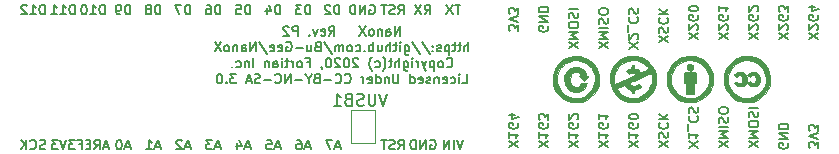
<source format=gbo>
G04 #@! TF.GenerationSoftware,KiCad,Pcbnew,5.1.5*
G04 #@! TF.CreationDate,2020-10-25T06:02:43-04:00*
G04 #@! TF.ProjectId,NanoX,4e616e6f-582e-46b6-9963-61645f706362,rev?*
G04 #@! TF.SameCoordinates,Original*
G04 #@! TF.FileFunction,Legend,Bot*
G04 #@! TF.FilePolarity,Positive*
%FSLAX46Y46*%
G04 Gerber Fmt 4.6, Leading zero omitted, Abs format (unit mm)*
G04 Created by KiCad (PCBNEW 5.1.5) date 2020-10-25 06:02:43*
%MOMM*%
%LPD*%
G04 APERTURE LIST*
%ADD10C,0.150000*%
%ADD11C,0.010000*%
%ADD12C,0.120000*%
G04 APERTURE END LIST*
D10*
X141331333Y-90030904D02*
X141331333Y-89230904D01*
X140874190Y-90030904D01*
X140874190Y-89230904D01*
X140150380Y-90030904D02*
X140150380Y-89611857D01*
X140188476Y-89535666D01*
X140264666Y-89497571D01*
X140417047Y-89497571D01*
X140493238Y-89535666D01*
X140150380Y-89992809D02*
X140226571Y-90030904D01*
X140417047Y-90030904D01*
X140493238Y-89992809D01*
X140531333Y-89916619D01*
X140531333Y-89840428D01*
X140493238Y-89764238D01*
X140417047Y-89726142D01*
X140226571Y-89726142D01*
X140150380Y-89688047D01*
X139769428Y-89497571D02*
X139769428Y-90030904D01*
X139769428Y-89573761D02*
X139731333Y-89535666D01*
X139655142Y-89497571D01*
X139540857Y-89497571D01*
X139464666Y-89535666D01*
X139426571Y-89611857D01*
X139426571Y-90030904D01*
X138931333Y-90030904D02*
X139007523Y-89992809D01*
X139045619Y-89954714D01*
X139083714Y-89878523D01*
X139083714Y-89649952D01*
X139045619Y-89573761D01*
X139007523Y-89535666D01*
X138931333Y-89497571D01*
X138817047Y-89497571D01*
X138740857Y-89535666D01*
X138702761Y-89573761D01*
X138664666Y-89649952D01*
X138664666Y-89878523D01*
X138702761Y-89954714D01*
X138740857Y-89992809D01*
X138817047Y-90030904D01*
X138931333Y-90030904D01*
X138398000Y-89230904D02*
X137864666Y-90030904D01*
X137864666Y-89230904D02*
X138398000Y-90030904D01*
X135274190Y-90030904D02*
X135540857Y-89649952D01*
X135731333Y-90030904D02*
X135731333Y-89230904D01*
X135426571Y-89230904D01*
X135350380Y-89269000D01*
X135312285Y-89307095D01*
X135274190Y-89383285D01*
X135274190Y-89497571D01*
X135312285Y-89573761D01*
X135350380Y-89611857D01*
X135426571Y-89649952D01*
X135731333Y-89649952D01*
X134626571Y-89992809D02*
X134702761Y-90030904D01*
X134855142Y-90030904D01*
X134931333Y-89992809D01*
X134969428Y-89916619D01*
X134969428Y-89611857D01*
X134931333Y-89535666D01*
X134855142Y-89497571D01*
X134702761Y-89497571D01*
X134626571Y-89535666D01*
X134588476Y-89611857D01*
X134588476Y-89688047D01*
X134969428Y-89764238D01*
X134321809Y-89497571D02*
X134131333Y-90030904D01*
X133940857Y-89497571D01*
X133636095Y-89954714D02*
X133598000Y-89992809D01*
X133636095Y-90030904D01*
X133674190Y-89992809D01*
X133636095Y-89954714D01*
X133636095Y-90030904D01*
X132645619Y-90030904D02*
X132645619Y-89230904D01*
X132340857Y-89230904D01*
X132264666Y-89269000D01*
X132226571Y-89307095D01*
X132188476Y-89383285D01*
X132188476Y-89497571D01*
X132226571Y-89573761D01*
X132264666Y-89611857D01*
X132340857Y-89649952D01*
X132645619Y-89649952D01*
X131883714Y-89307095D02*
X131845619Y-89269000D01*
X131769428Y-89230904D01*
X131578952Y-89230904D01*
X131502761Y-89269000D01*
X131464666Y-89307095D01*
X131426571Y-89383285D01*
X131426571Y-89459476D01*
X131464666Y-89573761D01*
X131921809Y-90030904D01*
X131426571Y-90030904D01*
X147102761Y-91380904D02*
X147102761Y-90580904D01*
X146759904Y-91380904D02*
X146759904Y-90961857D01*
X146798000Y-90885666D01*
X146874190Y-90847571D01*
X146988476Y-90847571D01*
X147064666Y-90885666D01*
X147102761Y-90923761D01*
X146493238Y-90847571D02*
X146188476Y-90847571D01*
X146378952Y-90580904D02*
X146378952Y-91266619D01*
X146340857Y-91342809D01*
X146264666Y-91380904D01*
X146188476Y-91380904D01*
X146036095Y-90847571D02*
X145731333Y-90847571D01*
X145921809Y-90580904D02*
X145921809Y-91266619D01*
X145883714Y-91342809D01*
X145807523Y-91380904D01*
X145731333Y-91380904D01*
X145464666Y-90847571D02*
X145464666Y-91647571D01*
X145464666Y-90885666D02*
X145388476Y-90847571D01*
X145236095Y-90847571D01*
X145159904Y-90885666D01*
X145121809Y-90923761D01*
X145083714Y-90999952D01*
X145083714Y-91228523D01*
X145121809Y-91304714D01*
X145159904Y-91342809D01*
X145236095Y-91380904D01*
X145388476Y-91380904D01*
X145464666Y-91342809D01*
X144778952Y-91342809D02*
X144702761Y-91380904D01*
X144550380Y-91380904D01*
X144474190Y-91342809D01*
X144436095Y-91266619D01*
X144436095Y-91228523D01*
X144474190Y-91152333D01*
X144550380Y-91114238D01*
X144664666Y-91114238D01*
X144740857Y-91076142D01*
X144778952Y-90999952D01*
X144778952Y-90961857D01*
X144740857Y-90885666D01*
X144664666Y-90847571D01*
X144550380Y-90847571D01*
X144474190Y-90885666D01*
X144093238Y-91304714D02*
X144055142Y-91342809D01*
X144093238Y-91380904D01*
X144131333Y-91342809D01*
X144093238Y-91304714D01*
X144093238Y-91380904D01*
X144093238Y-90885666D02*
X144055142Y-90923761D01*
X144093238Y-90961857D01*
X144131333Y-90923761D01*
X144093238Y-90885666D01*
X144093238Y-90961857D01*
X143140857Y-90542809D02*
X143826571Y-91571380D01*
X142302761Y-90542809D02*
X142988476Y-91571380D01*
X141693238Y-90847571D02*
X141693238Y-91495190D01*
X141731333Y-91571380D01*
X141769428Y-91609476D01*
X141845619Y-91647571D01*
X141959904Y-91647571D01*
X142036095Y-91609476D01*
X141693238Y-91342809D02*
X141769428Y-91380904D01*
X141921809Y-91380904D01*
X141998000Y-91342809D01*
X142036095Y-91304714D01*
X142074190Y-91228523D01*
X142074190Y-90999952D01*
X142036095Y-90923761D01*
X141998000Y-90885666D01*
X141921809Y-90847571D01*
X141769428Y-90847571D01*
X141693238Y-90885666D01*
X141312285Y-91380904D02*
X141312285Y-90847571D01*
X141312285Y-90580904D02*
X141350380Y-90619000D01*
X141312285Y-90657095D01*
X141274190Y-90619000D01*
X141312285Y-90580904D01*
X141312285Y-90657095D01*
X141045619Y-90847571D02*
X140740857Y-90847571D01*
X140931333Y-90580904D02*
X140931333Y-91266619D01*
X140893238Y-91342809D01*
X140817047Y-91380904D01*
X140740857Y-91380904D01*
X140474190Y-91380904D02*
X140474190Y-90580904D01*
X140131333Y-91380904D02*
X140131333Y-90961857D01*
X140169428Y-90885666D01*
X140245619Y-90847571D01*
X140359904Y-90847571D01*
X140436095Y-90885666D01*
X140474190Y-90923761D01*
X139407523Y-90847571D02*
X139407523Y-91380904D01*
X139750380Y-90847571D02*
X139750380Y-91266619D01*
X139712285Y-91342809D01*
X139636095Y-91380904D01*
X139521809Y-91380904D01*
X139445619Y-91342809D01*
X139407523Y-91304714D01*
X139026571Y-91380904D02*
X139026571Y-90580904D01*
X139026571Y-90885666D02*
X138950380Y-90847571D01*
X138798000Y-90847571D01*
X138721809Y-90885666D01*
X138683714Y-90923761D01*
X138645619Y-90999952D01*
X138645619Y-91228523D01*
X138683714Y-91304714D01*
X138721809Y-91342809D01*
X138798000Y-91380904D01*
X138950380Y-91380904D01*
X139026571Y-91342809D01*
X138302761Y-91304714D02*
X138264666Y-91342809D01*
X138302761Y-91380904D01*
X138340857Y-91342809D01*
X138302761Y-91304714D01*
X138302761Y-91380904D01*
X137578952Y-91342809D02*
X137655142Y-91380904D01*
X137807523Y-91380904D01*
X137883714Y-91342809D01*
X137921809Y-91304714D01*
X137959904Y-91228523D01*
X137959904Y-90999952D01*
X137921809Y-90923761D01*
X137883714Y-90885666D01*
X137807523Y-90847571D01*
X137655142Y-90847571D01*
X137578952Y-90885666D01*
X137121809Y-91380904D02*
X137198000Y-91342809D01*
X137236095Y-91304714D01*
X137274190Y-91228523D01*
X137274190Y-90999952D01*
X137236095Y-90923761D01*
X137198000Y-90885666D01*
X137121809Y-90847571D01*
X137007523Y-90847571D01*
X136931333Y-90885666D01*
X136893238Y-90923761D01*
X136855142Y-90999952D01*
X136855142Y-91228523D01*
X136893238Y-91304714D01*
X136931333Y-91342809D01*
X137007523Y-91380904D01*
X137121809Y-91380904D01*
X136512285Y-91380904D02*
X136512285Y-90847571D01*
X136512285Y-90923761D02*
X136474190Y-90885666D01*
X136398000Y-90847571D01*
X136283714Y-90847571D01*
X136207523Y-90885666D01*
X136169428Y-90961857D01*
X136169428Y-91380904D01*
X136169428Y-90961857D02*
X136131333Y-90885666D01*
X136055142Y-90847571D01*
X135940857Y-90847571D01*
X135864666Y-90885666D01*
X135826571Y-90961857D01*
X135826571Y-91380904D01*
X134874190Y-90542809D02*
X135559904Y-91571380D01*
X134340857Y-90961857D02*
X134226571Y-90999952D01*
X134188476Y-91038047D01*
X134150380Y-91114238D01*
X134150380Y-91228523D01*
X134188476Y-91304714D01*
X134226571Y-91342809D01*
X134302761Y-91380904D01*
X134607523Y-91380904D01*
X134607523Y-90580904D01*
X134340857Y-90580904D01*
X134264666Y-90619000D01*
X134226571Y-90657095D01*
X134188476Y-90733285D01*
X134188476Y-90809476D01*
X134226571Y-90885666D01*
X134264666Y-90923761D01*
X134340857Y-90961857D01*
X134607523Y-90961857D01*
X133464666Y-90847571D02*
X133464666Y-91380904D01*
X133807523Y-90847571D02*
X133807523Y-91266619D01*
X133769428Y-91342809D01*
X133693238Y-91380904D01*
X133578952Y-91380904D01*
X133502761Y-91342809D01*
X133464666Y-91304714D01*
X133083714Y-91076142D02*
X132474190Y-91076142D01*
X131674190Y-90619000D02*
X131750380Y-90580904D01*
X131864666Y-90580904D01*
X131978952Y-90619000D01*
X132055142Y-90695190D01*
X132093238Y-90771380D01*
X132131333Y-90923761D01*
X132131333Y-91038047D01*
X132093238Y-91190428D01*
X132055142Y-91266619D01*
X131978952Y-91342809D01*
X131864666Y-91380904D01*
X131788476Y-91380904D01*
X131674190Y-91342809D01*
X131636095Y-91304714D01*
X131636095Y-91038047D01*
X131788476Y-91038047D01*
X130988476Y-91342809D02*
X131064666Y-91380904D01*
X131217047Y-91380904D01*
X131293238Y-91342809D01*
X131331333Y-91266619D01*
X131331333Y-90961857D01*
X131293238Y-90885666D01*
X131217047Y-90847571D01*
X131064666Y-90847571D01*
X130988476Y-90885666D01*
X130950380Y-90961857D01*
X130950380Y-91038047D01*
X131331333Y-91114238D01*
X130302761Y-91342809D02*
X130378952Y-91380904D01*
X130531333Y-91380904D01*
X130607523Y-91342809D01*
X130645619Y-91266619D01*
X130645619Y-90961857D01*
X130607523Y-90885666D01*
X130531333Y-90847571D01*
X130378952Y-90847571D01*
X130302761Y-90885666D01*
X130264666Y-90961857D01*
X130264666Y-91038047D01*
X130645619Y-91114238D01*
X129350380Y-90542809D02*
X130036095Y-91571380D01*
X129083714Y-91380904D02*
X129083714Y-90580904D01*
X128626571Y-91380904D01*
X128626571Y-90580904D01*
X127902761Y-91380904D02*
X127902761Y-90961857D01*
X127940857Y-90885666D01*
X128017047Y-90847571D01*
X128169428Y-90847571D01*
X128245619Y-90885666D01*
X127902761Y-91342809D02*
X127978952Y-91380904D01*
X128169428Y-91380904D01*
X128245619Y-91342809D01*
X128283714Y-91266619D01*
X128283714Y-91190428D01*
X128245619Y-91114238D01*
X128169428Y-91076142D01*
X127978952Y-91076142D01*
X127902761Y-91038047D01*
X127521809Y-90847571D02*
X127521809Y-91380904D01*
X127521809Y-90923761D02*
X127483714Y-90885666D01*
X127407523Y-90847571D01*
X127293238Y-90847571D01*
X127217047Y-90885666D01*
X127178952Y-90961857D01*
X127178952Y-91380904D01*
X126683714Y-91380904D02*
X126759904Y-91342809D01*
X126798000Y-91304714D01*
X126836095Y-91228523D01*
X126836095Y-90999952D01*
X126798000Y-90923761D01*
X126759904Y-90885666D01*
X126683714Y-90847571D01*
X126569428Y-90847571D01*
X126493238Y-90885666D01*
X126455142Y-90923761D01*
X126417047Y-90999952D01*
X126417047Y-91228523D01*
X126455142Y-91304714D01*
X126493238Y-91342809D01*
X126569428Y-91380904D01*
X126683714Y-91380904D01*
X126150380Y-90580904D02*
X125617047Y-91380904D01*
X125617047Y-90580904D02*
X126150380Y-91380904D01*
X145255142Y-92654714D02*
X145293238Y-92692809D01*
X145407523Y-92730904D01*
X145483714Y-92730904D01*
X145598000Y-92692809D01*
X145674190Y-92616619D01*
X145712285Y-92540428D01*
X145750380Y-92388047D01*
X145750380Y-92273761D01*
X145712285Y-92121380D01*
X145674190Y-92045190D01*
X145598000Y-91969000D01*
X145483714Y-91930904D01*
X145407523Y-91930904D01*
X145293238Y-91969000D01*
X145255142Y-92007095D01*
X144798000Y-92730904D02*
X144874190Y-92692809D01*
X144912285Y-92654714D01*
X144950380Y-92578523D01*
X144950380Y-92349952D01*
X144912285Y-92273761D01*
X144874190Y-92235666D01*
X144798000Y-92197571D01*
X144683714Y-92197571D01*
X144607523Y-92235666D01*
X144569428Y-92273761D01*
X144531333Y-92349952D01*
X144531333Y-92578523D01*
X144569428Y-92654714D01*
X144607523Y-92692809D01*
X144683714Y-92730904D01*
X144798000Y-92730904D01*
X144188476Y-92197571D02*
X144188476Y-92997571D01*
X144188476Y-92235666D02*
X144112285Y-92197571D01*
X143959904Y-92197571D01*
X143883714Y-92235666D01*
X143845619Y-92273761D01*
X143807523Y-92349952D01*
X143807523Y-92578523D01*
X143845619Y-92654714D01*
X143883714Y-92692809D01*
X143959904Y-92730904D01*
X144112285Y-92730904D01*
X144188476Y-92692809D01*
X143540857Y-92197571D02*
X143350380Y-92730904D01*
X143159904Y-92197571D02*
X143350380Y-92730904D01*
X143426571Y-92921380D01*
X143464666Y-92959476D01*
X143540857Y-92997571D01*
X142855142Y-92730904D02*
X142855142Y-92197571D01*
X142855142Y-92349952D02*
X142817047Y-92273761D01*
X142778952Y-92235666D01*
X142702761Y-92197571D01*
X142626571Y-92197571D01*
X142359904Y-92730904D02*
X142359904Y-92197571D01*
X142359904Y-91930904D02*
X142398000Y-91969000D01*
X142359904Y-92007095D01*
X142321809Y-91969000D01*
X142359904Y-91930904D01*
X142359904Y-92007095D01*
X141636095Y-92197571D02*
X141636095Y-92845190D01*
X141674190Y-92921380D01*
X141712285Y-92959476D01*
X141788476Y-92997571D01*
X141902761Y-92997571D01*
X141978952Y-92959476D01*
X141636095Y-92692809D02*
X141712285Y-92730904D01*
X141864666Y-92730904D01*
X141940857Y-92692809D01*
X141978952Y-92654714D01*
X142017047Y-92578523D01*
X142017047Y-92349952D01*
X141978952Y-92273761D01*
X141940857Y-92235666D01*
X141864666Y-92197571D01*
X141712285Y-92197571D01*
X141636095Y-92235666D01*
X141255142Y-92730904D02*
X141255142Y-91930904D01*
X140912285Y-92730904D02*
X140912285Y-92311857D01*
X140950380Y-92235666D01*
X141026571Y-92197571D01*
X141140857Y-92197571D01*
X141217047Y-92235666D01*
X141255142Y-92273761D01*
X140645619Y-92197571D02*
X140340857Y-92197571D01*
X140531333Y-91930904D02*
X140531333Y-92616619D01*
X140493238Y-92692809D01*
X140417047Y-92730904D01*
X140340857Y-92730904D01*
X139845619Y-93035666D02*
X139883714Y-92997571D01*
X139959904Y-92883285D01*
X139998000Y-92807095D01*
X140036095Y-92692809D01*
X140074190Y-92502333D01*
X140074190Y-92349952D01*
X140036095Y-92159476D01*
X139998000Y-92045190D01*
X139959904Y-91969000D01*
X139883714Y-91854714D01*
X139845619Y-91816619D01*
X139198000Y-92692809D02*
X139274190Y-92730904D01*
X139426571Y-92730904D01*
X139502761Y-92692809D01*
X139540857Y-92654714D01*
X139578952Y-92578523D01*
X139578952Y-92349952D01*
X139540857Y-92273761D01*
X139502761Y-92235666D01*
X139426571Y-92197571D01*
X139274190Y-92197571D01*
X139198000Y-92235666D01*
X138931333Y-93035666D02*
X138893238Y-92997571D01*
X138817047Y-92883285D01*
X138778952Y-92807095D01*
X138740857Y-92692809D01*
X138702761Y-92502333D01*
X138702761Y-92349952D01*
X138740857Y-92159476D01*
X138778952Y-92045190D01*
X138817047Y-91969000D01*
X138893238Y-91854714D01*
X138931333Y-91816619D01*
X137750380Y-92007095D02*
X137712285Y-91969000D01*
X137636095Y-91930904D01*
X137445619Y-91930904D01*
X137369428Y-91969000D01*
X137331333Y-92007095D01*
X137293238Y-92083285D01*
X137293238Y-92159476D01*
X137331333Y-92273761D01*
X137788476Y-92730904D01*
X137293238Y-92730904D01*
X136798000Y-91930904D02*
X136721809Y-91930904D01*
X136645619Y-91969000D01*
X136607523Y-92007095D01*
X136569428Y-92083285D01*
X136531333Y-92235666D01*
X136531333Y-92426142D01*
X136569428Y-92578523D01*
X136607523Y-92654714D01*
X136645619Y-92692809D01*
X136721809Y-92730904D01*
X136798000Y-92730904D01*
X136874190Y-92692809D01*
X136912285Y-92654714D01*
X136950380Y-92578523D01*
X136988476Y-92426142D01*
X136988476Y-92235666D01*
X136950380Y-92083285D01*
X136912285Y-92007095D01*
X136874190Y-91969000D01*
X136798000Y-91930904D01*
X136226571Y-92007095D02*
X136188476Y-91969000D01*
X136112285Y-91930904D01*
X135921809Y-91930904D01*
X135845619Y-91969000D01*
X135807523Y-92007095D01*
X135769428Y-92083285D01*
X135769428Y-92159476D01*
X135807523Y-92273761D01*
X136264666Y-92730904D01*
X135769428Y-92730904D01*
X135274190Y-91930904D02*
X135198000Y-91930904D01*
X135121809Y-91969000D01*
X135083714Y-92007095D01*
X135045619Y-92083285D01*
X135007523Y-92235666D01*
X135007523Y-92426142D01*
X135045619Y-92578523D01*
X135083714Y-92654714D01*
X135121809Y-92692809D01*
X135198000Y-92730904D01*
X135274190Y-92730904D01*
X135350380Y-92692809D01*
X135388476Y-92654714D01*
X135426571Y-92578523D01*
X135464666Y-92426142D01*
X135464666Y-92235666D01*
X135426571Y-92083285D01*
X135388476Y-92007095D01*
X135350380Y-91969000D01*
X135274190Y-91930904D01*
X134626571Y-92692809D02*
X134626571Y-92730904D01*
X134664666Y-92807095D01*
X134702761Y-92845190D01*
X133407523Y-92311857D02*
X133674190Y-92311857D01*
X133674190Y-92730904D02*
X133674190Y-91930904D01*
X133293238Y-91930904D01*
X132874190Y-92730904D02*
X132950380Y-92692809D01*
X132988476Y-92654714D01*
X133026571Y-92578523D01*
X133026571Y-92349952D01*
X132988476Y-92273761D01*
X132950380Y-92235666D01*
X132874190Y-92197571D01*
X132759904Y-92197571D01*
X132683714Y-92235666D01*
X132645619Y-92273761D01*
X132607523Y-92349952D01*
X132607523Y-92578523D01*
X132645619Y-92654714D01*
X132683714Y-92692809D01*
X132759904Y-92730904D01*
X132874190Y-92730904D01*
X132264666Y-92730904D02*
X132264666Y-92197571D01*
X132264666Y-92349952D02*
X132226571Y-92273761D01*
X132188476Y-92235666D01*
X132112285Y-92197571D01*
X132036095Y-92197571D01*
X131883714Y-92197571D02*
X131578952Y-92197571D01*
X131769428Y-91930904D02*
X131769428Y-92616619D01*
X131731333Y-92692809D01*
X131655142Y-92730904D01*
X131578952Y-92730904D01*
X131312285Y-92730904D02*
X131312285Y-92197571D01*
X131312285Y-91930904D02*
X131350380Y-91969000D01*
X131312285Y-92007095D01*
X131274190Y-91969000D01*
X131312285Y-91930904D01*
X131312285Y-92007095D01*
X130588476Y-92730904D02*
X130588476Y-92311857D01*
X130626571Y-92235666D01*
X130702761Y-92197571D01*
X130855142Y-92197571D01*
X130931333Y-92235666D01*
X130588476Y-92692809D02*
X130664666Y-92730904D01*
X130855142Y-92730904D01*
X130931333Y-92692809D01*
X130969428Y-92616619D01*
X130969428Y-92540428D01*
X130931333Y-92464238D01*
X130855142Y-92426142D01*
X130664666Y-92426142D01*
X130588476Y-92388047D01*
X130207523Y-92197571D02*
X130207523Y-92730904D01*
X130207523Y-92273761D02*
X130169428Y-92235666D01*
X130093238Y-92197571D01*
X129978952Y-92197571D01*
X129902761Y-92235666D01*
X129864666Y-92311857D01*
X129864666Y-92730904D01*
X128874190Y-92730904D02*
X128874190Y-91930904D01*
X128493238Y-92197571D02*
X128493238Y-92730904D01*
X128493238Y-92273761D02*
X128455142Y-92235666D01*
X128378952Y-92197571D01*
X128264666Y-92197571D01*
X128188476Y-92235666D01*
X128150380Y-92311857D01*
X128150380Y-92730904D01*
X127426571Y-92692809D02*
X127502761Y-92730904D01*
X127655142Y-92730904D01*
X127731333Y-92692809D01*
X127769428Y-92654714D01*
X127807523Y-92578523D01*
X127807523Y-92349952D01*
X127769428Y-92273761D01*
X127731333Y-92235666D01*
X127655142Y-92197571D01*
X127502761Y-92197571D01*
X127426571Y-92235666D01*
X127083714Y-92654714D02*
X127045619Y-92692809D01*
X127083714Y-92730904D01*
X127121809Y-92692809D01*
X127083714Y-92654714D01*
X127083714Y-92730904D01*
X146588476Y-94080904D02*
X146969428Y-94080904D01*
X146969428Y-93280904D01*
X146321809Y-94080904D02*
X146321809Y-93547571D01*
X146321809Y-93280904D02*
X146359904Y-93319000D01*
X146321809Y-93357095D01*
X146283714Y-93319000D01*
X146321809Y-93280904D01*
X146321809Y-93357095D01*
X145598000Y-94042809D02*
X145674190Y-94080904D01*
X145826571Y-94080904D01*
X145902761Y-94042809D01*
X145940857Y-94004714D01*
X145978952Y-93928523D01*
X145978952Y-93699952D01*
X145940857Y-93623761D01*
X145902761Y-93585666D01*
X145826571Y-93547571D01*
X145674190Y-93547571D01*
X145598000Y-93585666D01*
X144950380Y-94042809D02*
X145026571Y-94080904D01*
X145178952Y-94080904D01*
X145255142Y-94042809D01*
X145293238Y-93966619D01*
X145293238Y-93661857D01*
X145255142Y-93585666D01*
X145178952Y-93547571D01*
X145026571Y-93547571D01*
X144950380Y-93585666D01*
X144912285Y-93661857D01*
X144912285Y-93738047D01*
X145293238Y-93814238D01*
X144569428Y-93547571D02*
X144569428Y-94080904D01*
X144569428Y-93623761D02*
X144531333Y-93585666D01*
X144455142Y-93547571D01*
X144340857Y-93547571D01*
X144264666Y-93585666D01*
X144226571Y-93661857D01*
X144226571Y-94080904D01*
X143883714Y-94042809D02*
X143807523Y-94080904D01*
X143655142Y-94080904D01*
X143578952Y-94042809D01*
X143540857Y-93966619D01*
X143540857Y-93928523D01*
X143578952Y-93852333D01*
X143655142Y-93814238D01*
X143769428Y-93814238D01*
X143845619Y-93776142D01*
X143883714Y-93699952D01*
X143883714Y-93661857D01*
X143845619Y-93585666D01*
X143769428Y-93547571D01*
X143655142Y-93547571D01*
X143578952Y-93585666D01*
X142893238Y-94042809D02*
X142969428Y-94080904D01*
X143121809Y-94080904D01*
X143198000Y-94042809D01*
X143236095Y-93966619D01*
X143236095Y-93661857D01*
X143198000Y-93585666D01*
X143121809Y-93547571D01*
X142969428Y-93547571D01*
X142893238Y-93585666D01*
X142855142Y-93661857D01*
X142855142Y-93738047D01*
X143236095Y-93814238D01*
X142169428Y-94080904D02*
X142169428Y-93280904D01*
X142169428Y-94042809D02*
X142245619Y-94080904D01*
X142398000Y-94080904D01*
X142474190Y-94042809D01*
X142512285Y-94004714D01*
X142550380Y-93928523D01*
X142550380Y-93699952D01*
X142512285Y-93623761D01*
X142474190Y-93585666D01*
X142398000Y-93547571D01*
X142245619Y-93547571D01*
X142169428Y-93585666D01*
X141178952Y-93280904D02*
X141178952Y-93928523D01*
X141140857Y-94004714D01*
X141102761Y-94042809D01*
X141026571Y-94080904D01*
X140874190Y-94080904D01*
X140798000Y-94042809D01*
X140759904Y-94004714D01*
X140721809Y-93928523D01*
X140721809Y-93280904D01*
X140340857Y-93547571D02*
X140340857Y-94080904D01*
X140340857Y-93623761D02*
X140302761Y-93585666D01*
X140226571Y-93547571D01*
X140112285Y-93547571D01*
X140036095Y-93585666D01*
X139998000Y-93661857D01*
X139998000Y-94080904D01*
X139274190Y-94080904D02*
X139274190Y-93280904D01*
X139274190Y-94042809D02*
X139350380Y-94080904D01*
X139502761Y-94080904D01*
X139578952Y-94042809D01*
X139617047Y-94004714D01*
X139655142Y-93928523D01*
X139655142Y-93699952D01*
X139617047Y-93623761D01*
X139578952Y-93585666D01*
X139502761Y-93547571D01*
X139350380Y-93547571D01*
X139274190Y-93585666D01*
X138588476Y-94042809D02*
X138664666Y-94080904D01*
X138817047Y-94080904D01*
X138893238Y-94042809D01*
X138931333Y-93966619D01*
X138931333Y-93661857D01*
X138893238Y-93585666D01*
X138817047Y-93547571D01*
X138664666Y-93547571D01*
X138588476Y-93585666D01*
X138550380Y-93661857D01*
X138550380Y-93738047D01*
X138931333Y-93814238D01*
X138207523Y-94080904D02*
X138207523Y-93547571D01*
X138207523Y-93699952D02*
X138169428Y-93623761D01*
X138131333Y-93585666D01*
X138055142Y-93547571D01*
X137978952Y-93547571D01*
X136645619Y-94004714D02*
X136683714Y-94042809D01*
X136798000Y-94080904D01*
X136874190Y-94080904D01*
X136988476Y-94042809D01*
X137064666Y-93966619D01*
X137102761Y-93890428D01*
X137140857Y-93738047D01*
X137140857Y-93623761D01*
X137102761Y-93471380D01*
X137064666Y-93395190D01*
X136988476Y-93319000D01*
X136874190Y-93280904D01*
X136798000Y-93280904D01*
X136683714Y-93319000D01*
X136645619Y-93357095D01*
X135845619Y-94004714D02*
X135883714Y-94042809D01*
X135998000Y-94080904D01*
X136074190Y-94080904D01*
X136188476Y-94042809D01*
X136264666Y-93966619D01*
X136302761Y-93890428D01*
X136340857Y-93738047D01*
X136340857Y-93623761D01*
X136302761Y-93471380D01*
X136264666Y-93395190D01*
X136188476Y-93319000D01*
X136074190Y-93280904D01*
X135998000Y-93280904D01*
X135883714Y-93319000D01*
X135845619Y-93357095D01*
X135502761Y-93776142D02*
X134893238Y-93776142D01*
X134245619Y-93661857D02*
X134131333Y-93699952D01*
X134093238Y-93738047D01*
X134055142Y-93814238D01*
X134055142Y-93928523D01*
X134093238Y-94004714D01*
X134131333Y-94042809D01*
X134207523Y-94080904D01*
X134512285Y-94080904D01*
X134512285Y-93280904D01*
X134245619Y-93280904D01*
X134169428Y-93319000D01*
X134131333Y-93357095D01*
X134093238Y-93433285D01*
X134093238Y-93509476D01*
X134131333Y-93585666D01*
X134169428Y-93623761D01*
X134245619Y-93661857D01*
X134512285Y-93661857D01*
X133559904Y-93699952D02*
X133559904Y-94080904D01*
X133826571Y-93280904D02*
X133559904Y-93699952D01*
X133293238Y-93280904D01*
X133026571Y-93776142D02*
X132417047Y-93776142D01*
X132036095Y-94080904D02*
X132036095Y-93280904D01*
X131578952Y-94080904D01*
X131578952Y-93280904D01*
X130740857Y-94004714D02*
X130778952Y-94042809D01*
X130893238Y-94080904D01*
X130969428Y-94080904D01*
X131083714Y-94042809D01*
X131159904Y-93966619D01*
X131198000Y-93890428D01*
X131236095Y-93738047D01*
X131236095Y-93623761D01*
X131198000Y-93471380D01*
X131159904Y-93395190D01*
X131083714Y-93319000D01*
X130969428Y-93280904D01*
X130893238Y-93280904D01*
X130778952Y-93319000D01*
X130740857Y-93357095D01*
X130398000Y-93776142D02*
X129788476Y-93776142D01*
X129445619Y-94042809D02*
X129331333Y-94080904D01*
X129140857Y-94080904D01*
X129064666Y-94042809D01*
X129026571Y-94004714D01*
X128988476Y-93928523D01*
X128988476Y-93852333D01*
X129026571Y-93776142D01*
X129064666Y-93738047D01*
X129140857Y-93699952D01*
X129293238Y-93661857D01*
X129369428Y-93623761D01*
X129407523Y-93585666D01*
X129445619Y-93509476D01*
X129445619Y-93433285D01*
X129407523Y-93357095D01*
X129369428Y-93319000D01*
X129293238Y-93280904D01*
X129102761Y-93280904D01*
X128988476Y-93319000D01*
X128683714Y-93852333D02*
X128302761Y-93852333D01*
X128759904Y-94080904D02*
X128493238Y-93280904D01*
X128226571Y-94080904D01*
X127426571Y-93280904D02*
X126931333Y-93280904D01*
X127198000Y-93585666D01*
X127083714Y-93585666D01*
X127007523Y-93623761D01*
X126969428Y-93661857D01*
X126931333Y-93738047D01*
X126931333Y-93928523D01*
X126969428Y-94004714D01*
X127007523Y-94042809D01*
X127083714Y-94080904D01*
X127312285Y-94080904D01*
X127388476Y-94042809D01*
X127426571Y-94004714D01*
X126588476Y-94004714D02*
X126550380Y-94042809D01*
X126588476Y-94080904D01*
X126626571Y-94042809D01*
X126588476Y-94004714D01*
X126588476Y-94080904D01*
X126055142Y-93280904D02*
X125978952Y-93280904D01*
X125902761Y-93319000D01*
X125864666Y-93357095D01*
X125826571Y-93433285D01*
X125788476Y-93585666D01*
X125788476Y-93776142D01*
X125826571Y-93928523D01*
X125864666Y-94004714D01*
X125902761Y-94042809D01*
X125978952Y-94080904D01*
X126055142Y-94080904D01*
X126131333Y-94042809D01*
X126169428Y-94004714D01*
X126207523Y-93928523D01*
X126245619Y-93776142D01*
X126245619Y-93585666D01*
X126207523Y-93433285D01*
X126169428Y-93357095D01*
X126131333Y-93319000D01*
X126055142Y-93280904D01*
X151314095Y-99472571D02*
X150514095Y-98939238D01*
X151314095Y-98939238D02*
X150514095Y-99472571D01*
X150514095Y-98215428D02*
X150514095Y-98672571D01*
X150514095Y-98444000D02*
X151314095Y-98444000D01*
X151199809Y-98520190D01*
X151123619Y-98596380D01*
X151085523Y-98672571D01*
X151276000Y-97453523D02*
X151314095Y-97529714D01*
X151314095Y-97644000D01*
X151276000Y-97758285D01*
X151199809Y-97834476D01*
X151123619Y-97872571D01*
X150971238Y-97910666D01*
X150856952Y-97910666D01*
X150704571Y-97872571D01*
X150628380Y-97834476D01*
X150552190Y-97758285D01*
X150514095Y-97644000D01*
X150514095Y-97567809D01*
X150552190Y-97453523D01*
X150590285Y-97415428D01*
X150856952Y-97415428D01*
X150856952Y-97567809D01*
X151047428Y-96729714D02*
X150514095Y-96729714D01*
X151352190Y-96920190D02*
X150780761Y-97110666D01*
X150780761Y-96615428D01*
X153854095Y-99472571D02*
X153054095Y-98939238D01*
X153854095Y-98939238D02*
X153054095Y-99472571D01*
X153054095Y-98215428D02*
X153054095Y-98672571D01*
X153054095Y-98444000D02*
X153854095Y-98444000D01*
X153739809Y-98520190D01*
X153663619Y-98596380D01*
X153625523Y-98672571D01*
X153816000Y-97453523D02*
X153854095Y-97529714D01*
X153854095Y-97644000D01*
X153816000Y-97758285D01*
X153739809Y-97834476D01*
X153663619Y-97872571D01*
X153511238Y-97910666D01*
X153396952Y-97910666D01*
X153244571Y-97872571D01*
X153168380Y-97834476D01*
X153092190Y-97758285D01*
X153054095Y-97644000D01*
X153054095Y-97567809D01*
X153092190Y-97453523D01*
X153130285Y-97415428D01*
X153396952Y-97415428D01*
X153396952Y-97567809D01*
X153854095Y-97148761D02*
X153854095Y-96653523D01*
X153549333Y-96920190D01*
X153549333Y-96805904D01*
X153511238Y-96729714D01*
X153473142Y-96691619D01*
X153396952Y-96653523D01*
X153206476Y-96653523D01*
X153130285Y-96691619D01*
X153092190Y-96729714D01*
X153054095Y-96805904D01*
X153054095Y-97034476D01*
X153092190Y-97110666D01*
X153130285Y-97148761D01*
X156394095Y-99472571D02*
X155594095Y-98939238D01*
X156394095Y-98939238D02*
X155594095Y-99472571D01*
X155594095Y-98215428D02*
X155594095Y-98672571D01*
X155594095Y-98444000D02*
X156394095Y-98444000D01*
X156279809Y-98520190D01*
X156203619Y-98596380D01*
X156165523Y-98672571D01*
X156356000Y-97453523D02*
X156394095Y-97529714D01*
X156394095Y-97644000D01*
X156356000Y-97758285D01*
X156279809Y-97834476D01*
X156203619Y-97872571D01*
X156051238Y-97910666D01*
X155936952Y-97910666D01*
X155784571Y-97872571D01*
X155708380Y-97834476D01*
X155632190Y-97758285D01*
X155594095Y-97644000D01*
X155594095Y-97567809D01*
X155632190Y-97453523D01*
X155670285Y-97415428D01*
X155936952Y-97415428D01*
X155936952Y-97567809D01*
X156317904Y-97110666D02*
X156356000Y-97072571D01*
X156394095Y-96996380D01*
X156394095Y-96805904D01*
X156356000Y-96729714D01*
X156317904Y-96691619D01*
X156241714Y-96653523D01*
X156165523Y-96653523D01*
X156051238Y-96691619D01*
X155594095Y-97148761D01*
X155594095Y-96653523D01*
X158934095Y-99472571D02*
X158134095Y-98939238D01*
X158934095Y-98939238D02*
X158134095Y-99472571D01*
X158134095Y-98215428D02*
X158134095Y-98672571D01*
X158134095Y-98444000D02*
X158934095Y-98444000D01*
X158819809Y-98520190D01*
X158743619Y-98596380D01*
X158705523Y-98672571D01*
X158896000Y-97453523D02*
X158934095Y-97529714D01*
X158934095Y-97644000D01*
X158896000Y-97758285D01*
X158819809Y-97834476D01*
X158743619Y-97872571D01*
X158591238Y-97910666D01*
X158476952Y-97910666D01*
X158324571Y-97872571D01*
X158248380Y-97834476D01*
X158172190Y-97758285D01*
X158134095Y-97644000D01*
X158134095Y-97567809D01*
X158172190Y-97453523D01*
X158210285Y-97415428D01*
X158476952Y-97415428D01*
X158476952Y-97567809D01*
X158134095Y-96653523D02*
X158134095Y-97110666D01*
X158134095Y-96882095D02*
X158934095Y-96882095D01*
X158819809Y-96958285D01*
X158743619Y-97034476D01*
X158705523Y-97110666D01*
X161474095Y-99472571D02*
X160674095Y-98939238D01*
X161474095Y-98939238D02*
X160674095Y-99472571D01*
X160674095Y-98215428D02*
X160674095Y-98672571D01*
X160674095Y-98444000D02*
X161474095Y-98444000D01*
X161359809Y-98520190D01*
X161283619Y-98596380D01*
X161245523Y-98672571D01*
X161436000Y-97453523D02*
X161474095Y-97529714D01*
X161474095Y-97644000D01*
X161436000Y-97758285D01*
X161359809Y-97834476D01*
X161283619Y-97872571D01*
X161131238Y-97910666D01*
X161016952Y-97910666D01*
X160864571Y-97872571D01*
X160788380Y-97834476D01*
X160712190Y-97758285D01*
X160674095Y-97644000D01*
X160674095Y-97567809D01*
X160712190Y-97453523D01*
X160750285Y-97415428D01*
X161016952Y-97415428D01*
X161016952Y-97567809D01*
X161474095Y-96920190D02*
X161474095Y-96844000D01*
X161436000Y-96767809D01*
X161397904Y-96729714D01*
X161321714Y-96691619D01*
X161169333Y-96653523D01*
X160978857Y-96653523D01*
X160826476Y-96691619D01*
X160750285Y-96729714D01*
X160712190Y-96767809D01*
X160674095Y-96844000D01*
X160674095Y-96920190D01*
X160712190Y-96996380D01*
X160750285Y-97034476D01*
X160826476Y-97072571D01*
X160978857Y-97110666D01*
X161169333Y-97110666D01*
X161321714Y-97072571D01*
X161397904Y-97034476D01*
X161436000Y-96996380D01*
X161474095Y-96920190D01*
X164014095Y-99491619D02*
X163214095Y-98958285D01*
X164014095Y-98958285D02*
X163214095Y-99491619D01*
X163252190Y-98691619D02*
X163214095Y-98577333D01*
X163214095Y-98386857D01*
X163252190Y-98310666D01*
X163290285Y-98272571D01*
X163366476Y-98234476D01*
X163442666Y-98234476D01*
X163518857Y-98272571D01*
X163556952Y-98310666D01*
X163595047Y-98386857D01*
X163633142Y-98539238D01*
X163671238Y-98615428D01*
X163709333Y-98653523D01*
X163785523Y-98691619D01*
X163861714Y-98691619D01*
X163937904Y-98653523D01*
X163976000Y-98615428D01*
X164014095Y-98539238D01*
X164014095Y-98348761D01*
X163976000Y-98234476D01*
X163290285Y-97434476D02*
X163252190Y-97472571D01*
X163214095Y-97586857D01*
X163214095Y-97663047D01*
X163252190Y-97777333D01*
X163328380Y-97853523D01*
X163404571Y-97891619D01*
X163556952Y-97929714D01*
X163671238Y-97929714D01*
X163823619Y-97891619D01*
X163899809Y-97853523D01*
X163976000Y-97777333D01*
X164014095Y-97663047D01*
X164014095Y-97586857D01*
X163976000Y-97472571D01*
X163937904Y-97434476D01*
X163214095Y-97091619D02*
X164014095Y-97091619D01*
X163214095Y-96634476D02*
X163671238Y-96977333D01*
X164014095Y-96634476D02*
X163556952Y-97091619D01*
X166554095Y-99523333D02*
X165754095Y-98990000D01*
X166554095Y-98990000D02*
X165754095Y-99523333D01*
X165754095Y-98266190D02*
X165754095Y-98723333D01*
X165754095Y-98494761D02*
X166554095Y-98494761D01*
X166439809Y-98570952D01*
X166363619Y-98647142D01*
X166325523Y-98723333D01*
X165677904Y-98113809D02*
X165677904Y-97504285D01*
X165830285Y-96856666D02*
X165792190Y-96894761D01*
X165754095Y-97009047D01*
X165754095Y-97085238D01*
X165792190Y-97199523D01*
X165868380Y-97275714D01*
X165944571Y-97313809D01*
X166096952Y-97351904D01*
X166211238Y-97351904D01*
X166363619Y-97313809D01*
X166439809Y-97275714D01*
X166516000Y-97199523D01*
X166554095Y-97085238D01*
X166554095Y-97009047D01*
X166516000Y-96894761D01*
X166477904Y-96856666D01*
X165792190Y-96551904D02*
X165754095Y-96437619D01*
X165754095Y-96247142D01*
X165792190Y-96170952D01*
X165830285Y-96132857D01*
X165906476Y-96094761D01*
X165982666Y-96094761D01*
X166058857Y-96132857D01*
X166096952Y-96170952D01*
X166135047Y-96247142D01*
X166173142Y-96399523D01*
X166211238Y-96475714D01*
X166249333Y-96513809D01*
X166325523Y-96551904D01*
X166401714Y-96551904D01*
X166477904Y-96513809D01*
X166516000Y-96475714D01*
X166554095Y-96399523D01*
X166554095Y-96209047D01*
X166516000Y-96094761D01*
X169094095Y-99504285D02*
X168294095Y-98970952D01*
X169094095Y-98970952D02*
X168294095Y-99504285D01*
X168294095Y-98666190D02*
X169094095Y-98666190D01*
X168522666Y-98399523D01*
X169094095Y-98132857D01*
X168294095Y-98132857D01*
X168294095Y-97751904D02*
X169094095Y-97751904D01*
X168332190Y-97409047D02*
X168294095Y-97294761D01*
X168294095Y-97104285D01*
X168332190Y-97028095D01*
X168370285Y-96990000D01*
X168446476Y-96951904D01*
X168522666Y-96951904D01*
X168598857Y-96990000D01*
X168636952Y-97028095D01*
X168675047Y-97104285D01*
X168713142Y-97256666D01*
X168751238Y-97332857D01*
X168789333Y-97370952D01*
X168865523Y-97409047D01*
X168941714Y-97409047D01*
X169017904Y-97370952D01*
X169056000Y-97332857D01*
X169094095Y-97256666D01*
X169094095Y-97066190D01*
X169056000Y-96951904D01*
X169094095Y-96456666D02*
X169094095Y-96304285D01*
X169056000Y-96228095D01*
X168979809Y-96151904D01*
X168827428Y-96113809D01*
X168560761Y-96113809D01*
X168408380Y-96151904D01*
X168332190Y-96228095D01*
X168294095Y-96304285D01*
X168294095Y-96456666D01*
X168332190Y-96532857D01*
X168408380Y-96609047D01*
X168560761Y-96647142D01*
X168827428Y-96647142D01*
X168979809Y-96609047D01*
X169056000Y-96532857D01*
X169094095Y-96456666D01*
X171634095Y-99504285D02*
X170834095Y-98970952D01*
X171634095Y-98970952D02*
X170834095Y-99504285D01*
X170834095Y-98666190D02*
X171634095Y-98666190D01*
X171062666Y-98399523D01*
X171634095Y-98132857D01*
X170834095Y-98132857D01*
X171634095Y-97599523D02*
X171634095Y-97447142D01*
X171596000Y-97370952D01*
X171519809Y-97294761D01*
X171367428Y-97256666D01*
X171100761Y-97256666D01*
X170948380Y-97294761D01*
X170872190Y-97370952D01*
X170834095Y-97447142D01*
X170834095Y-97599523D01*
X170872190Y-97675714D01*
X170948380Y-97751904D01*
X171100761Y-97790000D01*
X171367428Y-97790000D01*
X171519809Y-97751904D01*
X171596000Y-97675714D01*
X171634095Y-97599523D01*
X170872190Y-96951904D02*
X170834095Y-96837619D01*
X170834095Y-96647142D01*
X170872190Y-96570952D01*
X170910285Y-96532857D01*
X170986476Y-96494761D01*
X171062666Y-96494761D01*
X171138857Y-96532857D01*
X171176952Y-96570952D01*
X171215047Y-96647142D01*
X171253142Y-96799523D01*
X171291238Y-96875714D01*
X171329333Y-96913809D01*
X171405523Y-96951904D01*
X171481714Y-96951904D01*
X171557904Y-96913809D01*
X171596000Y-96875714D01*
X171634095Y-96799523D01*
X171634095Y-96609047D01*
X171596000Y-96494761D01*
X170834095Y-96151904D02*
X171634095Y-96151904D01*
X174136000Y-99161523D02*
X174174095Y-99237714D01*
X174174095Y-99352000D01*
X174136000Y-99466285D01*
X174059809Y-99542476D01*
X173983619Y-99580571D01*
X173831238Y-99618666D01*
X173716952Y-99618666D01*
X173564571Y-99580571D01*
X173488380Y-99542476D01*
X173412190Y-99466285D01*
X173374095Y-99352000D01*
X173374095Y-99275809D01*
X173412190Y-99161523D01*
X173450285Y-99123428D01*
X173716952Y-99123428D01*
X173716952Y-99275809D01*
X173374095Y-98780571D02*
X174174095Y-98780571D01*
X173374095Y-98323428D01*
X174174095Y-98323428D01*
X173374095Y-97942476D02*
X174174095Y-97942476D01*
X174174095Y-97752000D01*
X174136000Y-97637714D01*
X174059809Y-97561523D01*
X173983619Y-97523428D01*
X173831238Y-97485333D01*
X173716952Y-97485333D01*
X173564571Y-97523428D01*
X173488380Y-97561523D01*
X173412190Y-97637714D01*
X173374095Y-97752000D01*
X173374095Y-97942476D01*
X176714095Y-99542476D02*
X176714095Y-99047238D01*
X176409333Y-99313904D01*
X176409333Y-99199619D01*
X176371238Y-99123428D01*
X176333142Y-99085333D01*
X176256952Y-99047238D01*
X176066476Y-99047238D01*
X175990285Y-99085333D01*
X175952190Y-99123428D01*
X175914095Y-99199619D01*
X175914095Y-99428190D01*
X175952190Y-99504380D01*
X175990285Y-99542476D01*
X176714095Y-98818666D02*
X175914095Y-98552000D01*
X176714095Y-98285333D01*
X176714095Y-98094857D02*
X176714095Y-97599619D01*
X176409333Y-97866285D01*
X176409333Y-97752000D01*
X176371238Y-97675809D01*
X176333142Y-97637714D01*
X176256952Y-97599619D01*
X176066476Y-97599619D01*
X175990285Y-97637714D01*
X175952190Y-97675809D01*
X175914095Y-97752000D01*
X175914095Y-97980571D01*
X175952190Y-98056761D01*
X175990285Y-98094857D01*
X176714095Y-90328571D02*
X175914095Y-89795238D01*
X176714095Y-89795238D02*
X175914095Y-90328571D01*
X176637904Y-89528571D02*
X176676000Y-89490476D01*
X176714095Y-89414285D01*
X176714095Y-89223809D01*
X176676000Y-89147619D01*
X176637904Y-89109523D01*
X176561714Y-89071428D01*
X176485523Y-89071428D01*
X176371238Y-89109523D01*
X175914095Y-89566666D01*
X175914095Y-89071428D01*
X176676000Y-88309523D02*
X176714095Y-88385714D01*
X176714095Y-88500000D01*
X176676000Y-88614285D01*
X176599809Y-88690476D01*
X176523619Y-88728571D01*
X176371238Y-88766666D01*
X176256952Y-88766666D01*
X176104571Y-88728571D01*
X176028380Y-88690476D01*
X175952190Y-88614285D01*
X175914095Y-88500000D01*
X175914095Y-88423809D01*
X175952190Y-88309523D01*
X175990285Y-88271428D01*
X176256952Y-88271428D01*
X176256952Y-88423809D01*
X176447428Y-87585714D02*
X175914095Y-87585714D01*
X176752190Y-87776190D02*
X176180761Y-87966666D01*
X176180761Y-87471428D01*
X174174095Y-90328571D02*
X173374095Y-89795238D01*
X174174095Y-89795238D02*
X173374095Y-90328571D01*
X174097904Y-89528571D02*
X174136000Y-89490476D01*
X174174095Y-89414285D01*
X174174095Y-89223809D01*
X174136000Y-89147619D01*
X174097904Y-89109523D01*
X174021714Y-89071428D01*
X173945523Y-89071428D01*
X173831238Y-89109523D01*
X173374095Y-89566666D01*
X173374095Y-89071428D01*
X174136000Y-88309523D02*
X174174095Y-88385714D01*
X174174095Y-88500000D01*
X174136000Y-88614285D01*
X174059809Y-88690476D01*
X173983619Y-88728571D01*
X173831238Y-88766666D01*
X173716952Y-88766666D01*
X173564571Y-88728571D01*
X173488380Y-88690476D01*
X173412190Y-88614285D01*
X173374095Y-88500000D01*
X173374095Y-88423809D01*
X173412190Y-88309523D01*
X173450285Y-88271428D01*
X173716952Y-88271428D01*
X173716952Y-88423809D01*
X174174095Y-88004761D02*
X174174095Y-87509523D01*
X173869333Y-87776190D01*
X173869333Y-87661904D01*
X173831238Y-87585714D01*
X173793142Y-87547619D01*
X173716952Y-87509523D01*
X173526476Y-87509523D01*
X173450285Y-87547619D01*
X173412190Y-87585714D01*
X173374095Y-87661904D01*
X173374095Y-87890476D01*
X173412190Y-87966666D01*
X173450285Y-88004761D01*
X171634095Y-90328571D02*
X170834095Y-89795238D01*
X171634095Y-89795238D02*
X170834095Y-90328571D01*
X171557904Y-89528571D02*
X171596000Y-89490476D01*
X171634095Y-89414285D01*
X171634095Y-89223809D01*
X171596000Y-89147619D01*
X171557904Y-89109523D01*
X171481714Y-89071428D01*
X171405523Y-89071428D01*
X171291238Y-89109523D01*
X170834095Y-89566666D01*
X170834095Y-89071428D01*
X171596000Y-88309523D02*
X171634095Y-88385714D01*
X171634095Y-88500000D01*
X171596000Y-88614285D01*
X171519809Y-88690476D01*
X171443619Y-88728571D01*
X171291238Y-88766666D01*
X171176952Y-88766666D01*
X171024571Y-88728571D01*
X170948380Y-88690476D01*
X170872190Y-88614285D01*
X170834095Y-88500000D01*
X170834095Y-88423809D01*
X170872190Y-88309523D01*
X170910285Y-88271428D01*
X171176952Y-88271428D01*
X171176952Y-88423809D01*
X171557904Y-87966666D02*
X171596000Y-87928571D01*
X171634095Y-87852380D01*
X171634095Y-87661904D01*
X171596000Y-87585714D01*
X171557904Y-87547619D01*
X171481714Y-87509523D01*
X171405523Y-87509523D01*
X171291238Y-87547619D01*
X170834095Y-88004761D01*
X170834095Y-87509523D01*
X169094095Y-90328571D02*
X168294095Y-89795238D01*
X169094095Y-89795238D02*
X168294095Y-90328571D01*
X169017904Y-89528571D02*
X169056000Y-89490476D01*
X169094095Y-89414285D01*
X169094095Y-89223809D01*
X169056000Y-89147619D01*
X169017904Y-89109523D01*
X168941714Y-89071428D01*
X168865523Y-89071428D01*
X168751238Y-89109523D01*
X168294095Y-89566666D01*
X168294095Y-89071428D01*
X169056000Y-88309523D02*
X169094095Y-88385714D01*
X169094095Y-88500000D01*
X169056000Y-88614285D01*
X168979809Y-88690476D01*
X168903619Y-88728571D01*
X168751238Y-88766666D01*
X168636952Y-88766666D01*
X168484571Y-88728571D01*
X168408380Y-88690476D01*
X168332190Y-88614285D01*
X168294095Y-88500000D01*
X168294095Y-88423809D01*
X168332190Y-88309523D01*
X168370285Y-88271428D01*
X168636952Y-88271428D01*
X168636952Y-88423809D01*
X168294095Y-87509523D02*
X168294095Y-87966666D01*
X168294095Y-87738095D02*
X169094095Y-87738095D01*
X168979809Y-87814285D01*
X168903619Y-87890476D01*
X168865523Y-87966666D01*
X166554095Y-90328571D02*
X165754095Y-89795238D01*
X166554095Y-89795238D02*
X165754095Y-90328571D01*
X166477904Y-89528571D02*
X166516000Y-89490476D01*
X166554095Y-89414285D01*
X166554095Y-89223809D01*
X166516000Y-89147619D01*
X166477904Y-89109523D01*
X166401714Y-89071428D01*
X166325523Y-89071428D01*
X166211238Y-89109523D01*
X165754095Y-89566666D01*
X165754095Y-89071428D01*
X166516000Y-88309523D02*
X166554095Y-88385714D01*
X166554095Y-88500000D01*
X166516000Y-88614285D01*
X166439809Y-88690476D01*
X166363619Y-88728571D01*
X166211238Y-88766666D01*
X166096952Y-88766666D01*
X165944571Y-88728571D01*
X165868380Y-88690476D01*
X165792190Y-88614285D01*
X165754095Y-88500000D01*
X165754095Y-88423809D01*
X165792190Y-88309523D01*
X165830285Y-88271428D01*
X166096952Y-88271428D01*
X166096952Y-88423809D01*
X166554095Y-87776190D02*
X166554095Y-87700000D01*
X166516000Y-87623809D01*
X166477904Y-87585714D01*
X166401714Y-87547619D01*
X166249333Y-87509523D01*
X166058857Y-87509523D01*
X165906476Y-87547619D01*
X165830285Y-87585714D01*
X165792190Y-87623809D01*
X165754095Y-87700000D01*
X165754095Y-87776190D01*
X165792190Y-87852380D01*
X165830285Y-87890476D01*
X165906476Y-87928571D01*
X166058857Y-87966666D01*
X166249333Y-87966666D01*
X166401714Y-87928571D01*
X166477904Y-87890476D01*
X166516000Y-87852380D01*
X166554095Y-87776190D01*
X164014095Y-90601619D02*
X163214095Y-90068285D01*
X164014095Y-90068285D02*
X163214095Y-90601619D01*
X163252190Y-89801619D02*
X163214095Y-89687333D01*
X163214095Y-89496857D01*
X163252190Y-89420666D01*
X163290285Y-89382571D01*
X163366476Y-89344476D01*
X163442666Y-89344476D01*
X163518857Y-89382571D01*
X163556952Y-89420666D01*
X163595047Y-89496857D01*
X163633142Y-89649238D01*
X163671238Y-89725428D01*
X163709333Y-89763523D01*
X163785523Y-89801619D01*
X163861714Y-89801619D01*
X163937904Y-89763523D01*
X163976000Y-89725428D01*
X164014095Y-89649238D01*
X164014095Y-89458761D01*
X163976000Y-89344476D01*
X163290285Y-88544476D02*
X163252190Y-88582571D01*
X163214095Y-88696857D01*
X163214095Y-88773047D01*
X163252190Y-88887333D01*
X163328380Y-88963523D01*
X163404571Y-89001619D01*
X163556952Y-89039714D01*
X163671238Y-89039714D01*
X163823619Y-89001619D01*
X163899809Y-88963523D01*
X163976000Y-88887333D01*
X164014095Y-88773047D01*
X164014095Y-88696857D01*
X163976000Y-88582571D01*
X163937904Y-88544476D01*
X163214095Y-88201619D02*
X164014095Y-88201619D01*
X163214095Y-87744476D02*
X163671238Y-88087333D01*
X164014095Y-87744476D02*
X163556952Y-88201619D01*
X161474095Y-91141333D02*
X160674095Y-90608000D01*
X161474095Y-90608000D02*
X160674095Y-91141333D01*
X161397904Y-90341333D02*
X161436000Y-90303238D01*
X161474095Y-90227047D01*
X161474095Y-90036571D01*
X161436000Y-89960380D01*
X161397904Y-89922285D01*
X161321714Y-89884190D01*
X161245523Y-89884190D01*
X161131238Y-89922285D01*
X160674095Y-90379428D01*
X160674095Y-89884190D01*
X160597904Y-89731809D02*
X160597904Y-89122285D01*
X160750285Y-88474666D02*
X160712190Y-88512761D01*
X160674095Y-88627047D01*
X160674095Y-88703238D01*
X160712190Y-88817523D01*
X160788380Y-88893714D01*
X160864571Y-88931809D01*
X161016952Y-88969904D01*
X161131238Y-88969904D01*
X161283619Y-88931809D01*
X161359809Y-88893714D01*
X161436000Y-88817523D01*
X161474095Y-88703238D01*
X161474095Y-88627047D01*
X161436000Y-88512761D01*
X161397904Y-88474666D01*
X160712190Y-88169904D02*
X160674095Y-88055619D01*
X160674095Y-87865142D01*
X160712190Y-87788952D01*
X160750285Y-87750857D01*
X160826476Y-87712761D01*
X160902666Y-87712761D01*
X160978857Y-87750857D01*
X161016952Y-87788952D01*
X161055047Y-87865142D01*
X161093142Y-88017523D01*
X161131238Y-88093714D01*
X161169333Y-88131809D01*
X161245523Y-88169904D01*
X161321714Y-88169904D01*
X161397904Y-88131809D01*
X161436000Y-88093714D01*
X161474095Y-88017523D01*
X161474095Y-87827047D01*
X161436000Y-87712761D01*
X158934095Y-91122285D02*
X158134095Y-90588952D01*
X158934095Y-90588952D02*
X158134095Y-91122285D01*
X158134095Y-90284190D02*
X158934095Y-90284190D01*
X158362666Y-90017523D01*
X158934095Y-89750857D01*
X158134095Y-89750857D01*
X158134095Y-89369904D02*
X158934095Y-89369904D01*
X158172190Y-89027047D02*
X158134095Y-88912761D01*
X158134095Y-88722285D01*
X158172190Y-88646095D01*
X158210285Y-88608000D01*
X158286476Y-88569904D01*
X158362666Y-88569904D01*
X158438857Y-88608000D01*
X158476952Y-88646095D01*
X158515047Y-88722285D01*
X158553142Y-88874666D01*
X158591238Y-88950857D01*
X158629333Y-88988952D01*
X158705523Y-89027047D01*
X158781714Y-89027047D01*
X158857904Y-88988952D01*
X158896000Y-88950857D01*
X158934095Y-88874666D01*
X158934095Y-88684190D01*
X158896000Y-88569904D01*
X158934095Y-88074666D02*
X158934095Y-87922285D01*
X158896000Y-87846095D01*
X158819809Y-87769904D01*
X158667428Y-87731809D01*
X158400761Y-87731809D01*
X158248380Y-87769904D01*
X158172190Y-87846095D01*
X158134095Y-87922285D01*
X158134095Y-88074666D01*
X158172190Y-88150857D01*
X158248380Y-88227047D01*
X158400761Y-88265142D01*
X158667428Y-88265142D01*
X158819809Y-88227047D01*
X158896000Y-88150857D01*
X158934095Y-88074666D01*
X156394095Y-91122285D02*
X155594095Y-90588952D01*
X156394095Y-90588952D02*
X155594095Y-91122285D01*
X155594095Y-90284190D02*
X156394095Y-90284190D01*
X155822666Y-90017523D01*
X156394095Y-89750857D01*
X155594095Y-89750857D01*
X156394095Y-89217523D02*
X156394095Y-89065142D01*
X156356000Y-88988952D01*
X156279809Y-88912761D01*
X156127428Y-88874666D01*
X155860761Y-88874666D01*
X155708380Y-88912761D01*
X155632190Y-88988952D01*
X155594095Y-89065142D01*
X155594095Y-89217523D01*
X155632190Y-89293714D01*
X155708380Y-89369904D01*
X155860761Y-89408000D01*
X156127428Y-89408000D01*
X156279809Y-89369904D01*
X156356000Y-89293714D01*
X156394095Y-89217523D01*
X155632190Y-88569904D02*
X155594095Y-88455619D01*
X155594095Y-88265142D01*
X155632190Y-88188952D01*
X155670285Y-88150857D01*
X155746476Y-88112761D01*
X155822666Y-88112761D01*
X155898857Y-88150857D01*
X155936952Y-88188952D01*
X155975047Y-88265142D01*
X156013142Y-88417523D01*
X156051238Y-88493714D01*
X156089333Y-88531809D01*
X156165523Y-88569904D01*
X156241714Y-88569904D01*
X156317904Y-88531809D01*
X156356000Y-88493714D01*
X156394095Y-88417523D01*
X156394095Y-88227047D01*
X156356000Y-88112761D01*
X155594095Y-87769904D02*
X156394095Y-87769904D01*
X153816000Y-89255523D02*
X153854095Y-89331714D01*
X153854095Y-89446000D01*
X153816000Y-89560285D01*
X153739809Y-89636476D01*
X153663619Y-89674571D01*
X153511238Y-89712666D01*
X153396952Y-89712666D01*
X153244571Y-89674571D01*
X153168380Y-89636476D01*
X153092190Y-89560285D01*
X153054095Y-89446000D01*
X153054095Y-89369809D01*
X153092190Y-89255523D01*
X153130285Y-89217428D01*
X153396952Y-89217428D01*
X153396952Y-89369809D01*
X153054095Y-88874571D02*
X153854095Y-88874571D01*
X153054095Y-88417428D01*
X153854095Y-88417428D01*
X153054095Y-88036476D02*
X153854095Y-88036476D01*
X153854095Y-87846000D01*
X153816000Y-87731714D01*
X153739809Y-87655523D01*
X153663619Y-87617428D01*
X153511238Y-87579333D01*
X153396952Y-87579333D01*
X153244571Y-87617428D01*
X153168380Y-87655523D01*
X153092190Y-87731714D01*
X153054095Y-87846000D01*
X153054095Y-88036476D01*
X151314095Y-89636476D02*
X151314095Y-89141238D01*
X151009333Y-89407904D01*
X151009333Y-89293619D01*
X150971238Y-89217428D01*
X150933142Y-89179333D01*
X150856952Y-89141238D01*
X150666476Y-89141238D01*
X150590285Y-89179333D01*
X150552190Y-89217428D01*
X150514095Y-89293619D01*
X150514095Y-89522190D01*
X150552190Y-89598380D01*
X150590285Y-89636476D01*
X151314095Y-88912666D02*
X150514095Y-88646000D01*
X151314095Y-88379333D01*
X151314095Y-88188857D02*
X151314095Y-87693619D01*
X151009333Y-87960285D01*
X151009333Y-87846000D01*
X150971238Y-87769809D01*
X150933142Y-87731714D01*
X150856952Y-87693619D01*
X150666476Y-87693619D01*
X150590285Y-87731714D01*
X150552190Y-87769809D01*
X150514095Y-87846000D01*
X150514095Y-88074571D01*
X150552190Y-88150761D01*
X150590285Y-88188857D01*
X111264571Y-99637809D02*
X111150285Y-99675904D01*
X110959809Y-99675904D01*
X110883619Y-99637809D01*
X110845523Y-99599714D01*
X110807428Y-99523523D01*
X110807428Y-99447333D01*
X110845523Y-99371142D01*
X110883619Y-99333047D01*
X110959809Y-99294952D01*
X111112190Y-99256857D01*
X111188380Y-99218761D01*
X111226476Y-99180666D01*
X111264571Y-99104476D01*
X111264571Y-99028285D01*
X111226476Y-98952095D01*
X111188380Y-98914000D01*
X111112190Y-98875904D01*
X110921714Y-98875904D01*
X110807428Y-98914000D01*
X110007428Y-99599714D02*
X110045523Y-99637809D01*
X110159809Y-99675904D01*
X110236000Y-99675904D01*
X110350285Y-99637809D01*
X110426476Y-99561619D01*
X110464571Y-99485428D01*
X110502666Y-99333047D01*
X110502666Y-99218761D01*
X110464571Y-99066380D01*
X110426476Y-98990190D01*
X110350285Y-98914000D01*
X110236000Y-98875904D01*
X110159809Y-98875904D01*
X110045523Y-98914000D01*
X110007428Y-98952095D01*
X109664571Y-99675904D02*
X109664571Y-98875904D01*
X109207428Y-99675904D02*
X109550285Y-99218761D01*
X109207428Y-98875904D02*
X109664571Y-99333047D01*
X113766476Y-98875904D02*
X113271238Y-98875904D01*
X113537904Y-99180666D01*
X113423619Y-99180666D01*
X113347428Y-99218761D01*
X113309333Y-99256857D01*
X113271238Y-99333047D01*
X113271238Y-99523523D01*
X113309333Y-99599714D01*
X113347428Y-99637809D01*
X113423619Y-99675904D01*
X113652190Y-99675904D01*
X113728380Y-99637809D01*
X113766476Y-99599714D01*
X113042666Y-98875904D02*
X112776000Y-99675904D01*
X112509333Y-98875904D01*
X112318857Y-98875904D02*
X111823619Y-98875904D01*
X112090285Y-99180666D01*
X111976000Y-99180666D01*
X111899809Y-99218761D01*
X111861714Y-99256857D01*
X111823619Y-99333047D01*
X111823619Y-99523523D01*
X111861714Y-99599714D01*
X111899809Y-99637809D01*
X111976000Y-99675904D01*
X112204571Y-99675904D01*
X112280761Y-99637809D01*
X112318857Y-99599714D01*
X116611238Y-99447333D02*
X116230285Y-99447333D01*
X116687428Y-99675904D02*
X116420761Y-98875904D01*
X116154095Y-99675904D01*
X115430285Y-99675904D02*
X115696952Y-99294952D01*
X115887428Y-99675904D02*
X115887428Y-98875904D01*
X115582666Y-98875904D01*
X115506476Y-98914000D01*
X115468380Y-98952095D01*
X115430285Y-99028285D01*
X115430285Y-99142571D01*
X115468380Y-99218761D01*
X115506476Y-99256857D01*
X115582666Y-99294952D01*
X115887428Y-99294952D01*
X115087428Y-99256857D02*
X114820761Y-99256857D01*
X114706476Y-99675904D02*
X115087428Y-99675904D01*
X115087428Y-98875904D01*
X114706476Y-98875904D01*
X114096952Y-99256857D02*
X114363619Y-99256857D01*
X114363619Y-99675904D02*
X114363619Y-98875904D01*
X113982666Y-98875904D01*
X118427428Y-99447333D02*
X118046476Y-99447333D01*
X118503619Y-99675904D02*
X118236952Y-98875904D01*
X117970285Y-99675904D01*
X117551238Y-98875904D02*
X117475047Y-98875904D01*
X117398857Y-98914000D01*
X117360761Y-98952095D01*
X117322666Y-99028285D01*
X117284571Y-99180666D01*
X117284571Y-99371142D01*
X117322666Y-99523523D01*
X117360761Y-99599714D01*
X117398857Y-99637809D01*
X117475047Y-99675904D01*
X117551238Y-99675904D01*
X117627428Y-99637809D01*
X117665523Y-99599714D01*
X117703619Y-99523523D01*
X117741714Y-99371142D01*
X117741714Y-99180666D01*
X117703619Y-99028285D01*
X117665523Y-98952095D01*
X117627428Y-98914000D01*
X117551238Y-98875904D01*
X120967428Y-99447333D02*
X120586476Y-99447333D01*
X121043619Y-99675904D02*
X120776952Y-98875904D01*
X120510285Y-99675904D01*
X119824571Y-99675904D02*
X120281714Y-99675904D01*
X120053142Y-99675904D02*
X120053142Y-98875904D01*
X120129333Y-98990190D01*
X120205523Y-99066380D01*
X120281714Y-99104476D01*
X123507428Y-99447333D02*
X123126476Y-99447333D01*
X123583619Y-99675904D02*
X123316952Y-98875904D01*
X123050285Y-99675904D01*
X122821714Y-98952095D02*
X122783619Y-98914000D01*
X122707428Y-98875904D01*
X122516952Y-98875904D01*
X122440761Y-98914000D01*
X122402666Y-98952095D01*
X122364571Y-99028285D01*
X122364571Y-99104476D01*
X122402666Y-99218761D01*
X122859809Y-99675904D01*
X122364571Y-99675904D01*
X126047428Y-99447333D02*
X125666476Y-99447333D01*
X126123619Y-99675904D02*
X125856952Y-98875904D01*
X125590285Y-99675904D01*
X125399809Y-98875904D02*
X124904571Y-98875904D01*
X125171238Y-99180666D01*
X125056952Y-99180666D01*
X124980761Y-99218761D01*
X124942666Y-99256857D01*
X124904571Y-99333047D01*
X124904571Y-99523523D01*
X124942666Y-99599714D01*
X124980761Y-99637809D01*
X125056952Y-99675904D01*
X125285523Y-99675904D01*
X125361714Y-99637809D01*
X125399809Y-99599714D01*
X128587428Y-99447333D02*
X128206476Y-99447333D01*
X128663619Y-99675904D02*
X128396952Y-98875904D01*
X128130285Y-99675904D01*
X127520761Y-99142571D02*
X127520761Y-99675904D01*
X127711238Y-98837809D02*
X127901714Y-99409238D01*
X127406476Y-99409238D01*
X131127428Y-99447333D02*
X130746476Y-99447333D01*
X131203619Y-99675904D02*
X130936952Y-98875904D01*
X130670285Y-99675904D01*
X130022666Y-98875904D02*
X130403619Y-98875904D01*
X130441714Y-99256857D01*
X130403619Y-99218761D01*
X130327428Y-99180666D01*
X130136952Y-99180666D01*
X130060761Y-99218761D01*
X130022666Y-99256857D01*
X129984571Y-99333047D01*
X129984571Y-99523523D01*
X130022666Y-99599714D01*
X130060761Y-99637809D01*
X130136952Y-99675904D01*
X130327428Y-99675904D01*
X130403619Y-99637809D01*
X130441714Y-99599714D01*
X133667428Y-99447333D02*
X133286476Y-99447333D01*
X133743619Y-99675904D02*
X133476952Y-98875904D01*
X133210285Y-99675904D01*
X132600761Y-98875904D02*
X132753142Y-98875904D01*
X132829333Y-98914000D01*
X132867428Y-98952095D01*
X132943619Y-99066380D01*
X132981714Y-99218761D01*
X132981714Y-99523523D01*
X132943619Y-99599714D01*
X132905523Y-99637809D01*
X132829333Y-99675904D01*
X132676952Y-99675904D01*
X132600761Y-99637809D01*
X132562666Y-99599714D01*
X132524571Y-99523523D01*
X132524571Y-99333047D01*
X132562666Y-99256857D01*
X132600761Y-99218761D01*
X132676952Y-99180666D01*
X132829333Y-99180666D01*
X132905523Y-99218761D01*
X132943619Y-99256857D01*
X132981714Y-99333047D01*
X136207428Y-99447333D02*
X135826476Y-99447333D01*
X136283619Y-99675904D02*
X136016952Y-98875904D01*
X135750285Y-99675904D01*
X135559809Y-98875904D02*
X135026476Y-98875904D01*
X135369333Y-99675904D01*
X141154095Y-99675904D02*
X141420761Y-99294952D01*
X141611238Y-99675904D02*
X141611238Y-98875904D01*
X141306476Y-98875904D01*
X141230285Y-98914000D01*
X141192190Y-98952095D01*
X141154095Y-99028285D01*
X141154095Y-99142571D01*
X141192190Y-99218761D01*
X141230285Y-99256857D01*
X141306476Y-99294952D01*
X141611238Y-99294952D01*
X140849333Y-99637809D02*
X140735047Y-99675904D01*
X140544571Y-99675904D01*
X140468380Y-99637809D01*
X140430285Y-99599714D01*
X140392190Y-99523523D01*
X140392190Y-99447333D01*
X140430285Y-99371142D01*
X140468380Y-99333047D01*
X140544571Y-99294952D01*
X140696952Y-99256857D01*
X140773142Y-99218761D01*
X140811238Y-99180666D01*
X140849333Y-99104476D01*
X140849333Y-99028285D01*
X140811238Y-98952095D01*
X140773142Y-98914000D01*
X140696952Y-98875904D01*
X140506476Y-98875904D01*
X140392190Y-98914000D01*
X140163619Y-98875904D02*
X139706476Y-98875904D01*
X139935047Y-99675904D02*
X139935047Y-98875904D01*
X143865523Y-98914000D02*
X143941714Y-98875904D01*
X144056000Y-98875904D01*
X144170285Y-98914000D01*
X144246476Y-98990190D01*
X144284571Y-99066380D01*
X144322666Y-99218761D01*
X144322666Y-99333047D01*
X144284571Y-99485428D01*
X144246476Y-99561619D01*
X144170285Y-99637809D01*
X144056000Y-99675904D01*
X143979809Y-99675904D01*
X143865523Y-99637809D01*
X143827428Y-99599714D01*
X143827428Y-99333047D01*
X143979809Y-99333047D01*
X143484571Y-99675904D02*
X143484571Y-98875904D01*
X143027428Y-99675904D01*
X143027428Y-98875904D01*
X142646476Y-99675904D02*
X142646476Y-98875904D01*
X142456000Y-98875904D01*
X142341714Y-98914000D01*
X142265523Y-98990190D01*
X142227428Y-99066380D01*
X142189333Y-99218761D01*
X142189333Y-99333047D01*
X142227428Y-99485428D01*
X142265523Y-99561619D01*
X142341714Y-99637809D01*
X142456000Y-99675904D01*
X142646476Y-99675904D01*
X146672190Y-98875904D02*
X146405523Y-99675904D01*
X146138857Y-98875904D01*
X145872190Y-99675904D02*
X145872190Y-98875904D01*
X145491238Y-99675904D02*
X145491238Y-98875904D01*
X145034095Y-99675904D01*
X145034095Y-98875904D01*
X146405523Y-87445904D02*
X145948380Y-87445904D01*
X146176952Y-88245904D02*
X146176952Y-87445904D01*
X145757904Y-87445904D02*
X145224571Y-88245904D01*
X145224571Y-87445904D02*
X145757904Y-88245904D01*
X143389333Y-88245904D02*
X143656000Y-87864952D01*
X143846476Y-88245904D02*
X143846476Y-87445904D01*
X143541714Y-87445904D01*
X143465523Y-87484000D01*
X143427428Y-87522095D01*
X143389333Y-87598285D01*
X143389333Y-87712571D01*
X143427428Y-87788761D01*
X143465523Y-87826857D01*
X143541714Y-87864952D01*
X143846476Y-87864952D01*
X143122666Y-87445904D02*
X142589333Y-88245904D01*
X142589333Y-87445904D02*
X143122666Y-88245904D01*
X141154095Y-88245904D02*
X141420761Y-87864952D01*
X141611238Y-88245904D02*
X141611238Y-87445904D01*
X141306476Y-87445904D01*
X141230285Y-87484000D01*
X141192190Y-87522095D01*
X141154095Y-87598285D01*
X141154095Y-87712571D01*
X141192190Y-87788761D01*
X141230285Y-87826857D01*
X141306476Y-87864952D01*
X141611238Y-87864952D01*
X140849333Y-88207809D02*
X140735047Y-88245904D01*
X140544571Y-88245904D01*
X140468380Y-88207809D01*
X140430285Y-88169714D01*
X140392190Y-88093523D01*
X140392190Y-88017333D01*
X140430285Y-87941142D01*
X140468380Y-87903047D01*
X140544571Y-87864952D01*
X140696952Y-87826857D01*
X140773142Y-87788761D01*
X140811238Y-87750666D01*
X140849333Y-87674476D01*
X140849333Y-87598285D01*
X140811238Y-87522095D01*
X140773142Y-87484000D01*
X140696952Y-87445904D01*
X140506476Y-87445904D01*
X140392190Y-87484000D01*
X140163619Y-87445904D02*
X139706476Y-87445904D01*
X139935047Y-88245904D02*
X139935047Y-87445904D01*
X138734723Y-87484000D02*
X138810914Y-87445904D01*
X138925200Y-87445904D01*
X139039485Y-87484000D01*
X139115676Y-87560190D01*
X139153771Y-87636380D01*
X139191866Y-87788761D01*
X139191866Y-87903047D01*
X139153771Y-88055428D01*
X139115676Y-88131619D01*
X139039485Y-88207809D01*
X138925200Y-88245904D01*
X138849009Y-88245904D01*
X138734723Y-88207809D01*
X138696628Y-88169714D01*
X138696628Y-87903047D01*
X138849009Y-87903047D01*
X138353771Y-88245904D02*
X138353771Y-87445904D01*
X137896628Y-88245904D01*
X137896628Y-87445904D01*
X137515676Y-88245904D02*
X137515676Y-87445904D01*
X137325200Y-87445904D01*
X137210914Y-87484000D01*
X137134723Y-87560190D01*
X137096628Y-87636380D01*
X137058533Y-87788761D01*
X137058533Y-87903047D01*
X137096628Y-88055428D01*
X137134723Y-88131619D01*
X137210914Y-88207809D01*
X137325200Y-88245904D01*
X137515676Y-88245904D01*
X136175676Y-88245904D02*
X136175676Y-87445904D01*
X135985200Y-87445904D01*
X135870914Y-87484000D01*
X135794723Y-87560190D01*
X135756628Y-87636380D01*
X135718533Y-87788761D01*
X135718533Y-87903047D01*
X135756628Y-88055428D01*
X135794723Y-88131619D01*
X135870914Y-88207809D01*
X135985200Y-88245904D01*
X136175676Y-88245904D01*
X135413771Y-87522095D02*
X135375676Y-87484000D01*
X135299485Y-87445904D01*
X135109009Y-87445904D01*
X135032819Y-87484000D01*
X134994723Y-87522095D01*
X134956628Y-87598285D01*
X134956628Y-87674476D01*
X134994723Y-87788761D01*
X135451866Y-88245904D01*
X134956628Y-88245904D01*
X133686476Y-88245904D02*
X133686476Y-87445904D01*
X133496000Y-87445904D01*
X133381714Y-87484000D01*
X133305523Y-87560190D01*
X133267428Y-87636380D01*
X133229333Y-87788761D01*
X133229333Y-87903047D01*
X133267428Y-88055428D01*
X133305523Y-88131619D01*
X133381714Y-88207809D01*
X133496000Y-88245904D01*
X133686476Y-88245904D01*
X132962666Y-87445904D02*
X132467428Y-87445904D01*
X132734095Y-87750666D01*
X132619809Y-87750666D01*
X132543619Y-87788761D01*
X132505523Y-87826857D01*
X132467428Y-87903047D01*
X132467428Y-88093523D01*
X132505523Y-88169714D01*
X132543619Y-88207809D01*
X132619809Y-88245904D01*
X132848380Y-88245904D01*
X132924571Y-88207809D01*
X132962666Y-88169714D01*
X131146476Y-88245904D02*
X131146476Y-87445904D01*
X130956000Y-87445904D01*
X130841714Y-87484000D01*
X130765523Y-87560190D01*
X130727428Y-87636380D01*
X130689333Y-87788761D01*
X130689333Y-87903047D01*
X130727428Y-88055428D01*
X130765523Y-88131619D01*
X130841714Y-88207809D01*
X130956000Y-88245904D01*
X131146476Y-88245904D01*
X130003619Y-87712571D02*
X130003619Y-88245904D01*
X130194095Y-87407809D02*
X130384571Y-87979238D01*
X129889333Y-87979238D01*
X128606476Y-88245904D02*
X128606476Y-87445904D01*
X128416000Y-87445904D01*
X128301714Y-87484000D01*
X128225523Y-87560190D01*
X128187428Y-87636380D01*
X128149333Y-87788761D01*
X128149333Y-87903047D01*
X128187428Y-88055428D01*
X128225523Y-88131619D01*
X128301714Y-88207809D01*
X128416000Y-88245904D01*
X128606476Y-88245904D01*
X127425523Y-87445904D02*
X127806476Y-87445904D01*
X127844571Y-87826857D01*
X127806476Y-87788761D01*
X127730285Y-87750666D01*
X127539809Y-87750666D01*
X127463619Y-87788761D01*
X127425523Y-87826857D01*
X127387428Y-87903047D01*
X127387428Y-88093523D01*
X127425523Y-88169714D01*
X127463619Y-88207809D01*
X127539809Y-88245904D01*
X127730285Y-88245904D01*
X127806476Y-88207809D01*
X127844571Y-88169714D01*
X126066476Y-88245904D02*
X126066476Y-87445904D01*
X125876000Y-87445904D01*
X125761714Y-87484000D01*
X125685523Y-87560190D01*
X125647428Y-87636380D01*
X125609333Y-87788761D01*
X125609333Y-87903047D01*
X125647428Y-88055428D01*
X125685523Y-88131619D01*
X125761714Y-88207809D01*
X125876000Y-88245904D01*
X126066476Y-88245904D01*
X124923619Y-87445904D02*
X125076000Y-87445904D01*
X125152190Y-87484000D01*
X125190285Y-87522095D01*
X125266476Y-87636380D01*
X125304571Y-87788761D01*
X125304571Y-88093523D01*
X125266476Y-88169714D01*
X125228380Y-88207809D01*
X125152190Y-88245904D01*
X124999809Y-88245904D01*
X124923619Y-88207809D01*
X124885523Y-88169714D01*
X124847428Y-88093523D01*
X124847428Y-87903047D01*
X124885523Y-87826857D01*
X124923619Y-87788761D01*
X124999809Y-87750666D01*
X125152190Y-87750666D01*
X125228380Y-87788761D01*
X125266476Y-87826857D01*
X125304571Y-87903047D01*
X123526476Y-88245904D02*
X123526476Y-87445904D01*
X123336000Y-87445904D01*
X123221714Y-87484000D01*
X123145523Y-87560190D01*
X123107428Y-87636380D01*
X123069333Y-87788761D01*
X123069333Y-87903047D01*
X123107428Y-88055428D01*
X123145523Y-88131619D01*
X123221714Y-88207809D01*
X123336000Y-88245904D01*
X123526476Y-88245904D01*
X122802666Y-87445904D02*
X122269333Y-87445904D01*
X122612190Y-88245904D01*
X120986476Y-88245904D02*
X120986476Y-87445904D01*
X120796000Y-87445904D01*
X120681714Y-87484000D01*
X120605523Y-87560190D01*
X120567428Y-87636380D01*
X120529333Y-87788761D01*
X120529333Y-87903047D01*
X120567428Y-88055428D01*
X120605523Y-88131619D01*
X120681714Y-88207809D01*
X120796000Y-88245904D01*
X120986476Y-88245904D01*
X120072190Y-87788761D02*
X120148380Y-87750666D01*
X120186476Y-87712571D01*
X120224571Y-87636380D01*
X120224571Y-87598285D01*
X120186476Y-87522095D01*
X120148380Y-87484000D01*
X120072190Y-87445904D01*
X119919809Y-87445904D01*
X119843619Y-87484000D01*
X119805523Y-87522095D01*
X119767428Y-87598285D01*
X119767428Y-87636380D01*
X119805523Y-87712571D01*
X119843619Y-87750666D01*
X119919809Y-87788761D01*
X120072190Y-87788761D01*
X120148380Y-87826857D01*
X120186476Y-87864952D01*
X120224571Y-87941142D01*
X120224571Y-88093523D01*
X120186476Y-88169714D01*
X120148380Y-88207809D01*
X120072190Y-88245904D01*
X119919809Y-88245904D01*
X119843619Y-88207809D01*
X119805523Y-88169714D01*
X119767428Y-88093523D01*
X119767428Y-87941142D01*
X119805523Y-87864952D01*
X119843619Y-87826857D01*
X119919809Y-87788761D01*
X111207428Y-88245904D02*
X111207428Y-87445904D01*
X111016952Y-87445904D01*
X110902666Y-87484000D01*
X110826476Y-87560190D01*
X110788380Y-87636380D01*
X110750285Y-87788761D01*
X110750285Y-87903047D01*
X110788380Y-88055428D01*
X110826476Y-88131619D01*
X110902666Y-88207809D01*
X111016952Y-88245904D01*
X111207428Y-88245904D01*
X109988380Y-88245904D02*
X110445523Y-88245904D01*
X110216952Y-88245904D02*
X110216952Y-87445904D01*
X110293142Y-87560190D01*
X110369333Y-87636380D01*
X110445523Y-87674476D01*
X109683619Y-87522095D02*
X109645523Y-87484000D01*
X109569333Y-87445904D01*
X109378857Y-87445904D01*
X109302666Y-87484000D01*
X109264571Y-87522095D01*
X109226476Y-87598285D01*
X109226476Y-87674476D01*
X109264571Y-87788761D01*
X109721714Y-88245904D01*
X109226476Y-88245904D01*
X113747428Y-88245904D02*
X113747428Y-87445904D01*
X113556952Y-87445904D01*
X113442666Y-87484000D01*
X113366476Y-87560190D01*
X113328380Y-87636380D01*
X113290285Y-87788761D01*
X113290285Y-87903047D01*
X113328380Y-88055428D01*
X113366476Y-88131619D01*
X113442666Y-88207809D01*
X113556952Y-88245904D01*
X113747428Y-88245904D01*
X112528380Y-88245904D02*
X112985523Y-88245904D01*
X112756952Y-88245904D02*
X112756952Y-87445904D01*
X112833142Y-87560190D01*
X112909333Y-87636380D01*
X112985523Y-87674476D01*
X111766476Y-88245904D02*
X112223619Y-88245904D01*
X111995047Y-88245904D02*
X111995047Y-87445904D01*
X112071238Y-87560190D01*
X112147428Y-87636380D01*
X112223619Y-87674476D01*
X116287428Y-88245904D02*
X116287428Y-87445904D01*
X116096952Y-87445904D01*
X115982666Y-87484000D01*
X115906476Y-87560190D01*
X115868380Y-87636380D01*
X115830285Y-87788761D01*
X115830285Y-87903047D01*
X115868380Y-88055428D01*
X115906476Y-88131619D01*
X115982666Y-88207809D01*
X116096952Y-88245904D01*
X116287428Y-88245904D01*
X115068380Y-88245904D02*
X115525523Y-88245904D01*
X115296952Y-88245904D02*
X115296952Y-87445904D01*
X115373142Y-87560190D01*
X115449333Y-87636380D01*
X115525523Y-87674476D01*
X114573142Y-87445904D02*
X114496952Y-87445904D01*
X114420761Y-87484000D01*
X114382666Y-87522095D01*
X114344571Y-87598285D01*
X114306476Y-87750666D01*
X114306476Y-87941142D01*
X114344571Y-88093523D01*
X114382666Y-88169714D01*
X114420761Y-88207809D01*
X114496952Y-88245904D01*
X114573142Y-88245904D01*
X114649333Y-88207809D01*
X114687428Y-88169714D01*
X114725523Y-88093523D01*
X114763619Y-87941142D01*
X114763619Y-87750666D01*
X114725523Y-87598285D01*
X114687428Y-87522095D01*
X114649333Y-87484000D01*
X114573142Y-87445904D01*
X118446476Y-88245904D02*
X118446476Y-87445904D01*
X118256000Y-87445904D01*
X118141714Y-87484000D01*
X118065523Y-87560190D01*
X118027428Y-87636380D01*
X117989333Y-87788761D01*
X117989333Y-87903047D01*
X118027428Y-88055428D01*
X118065523Y-88131619D01*
X118141714Y-88207809D01*
X118256000Y-88245904D01*
X118446476Y-88245904D01*
X117608380Y-88245904D02*
X117456000Y-88245904D01*
X117379809Y-88207809D01*
X117341714Y-88169714D01*
X117265523Y-88055428D01*
X117227428Y-87903047D01*
X117227428Y-87598285D01*
X117265523Y-87522095D01*
X117303619Y-87484000D01*
X117379809Y-87445904D01*
X117532190Y-87445904D01*
X117608380Y-87484000D01*
X117646476Y-87522095D01*
X117684571Y-87598285D01*
X117684571Y-87788761D01*
X117646476Y-87864952D01*
X117608380Y-87903047D01*
X117532190Y-87941142D01*
X117379809Y-87941142D01*
X117303619Y-87903047D01*
X117265523Y-87864952D01*
X117227428Y-87788761D01*
D11*
G36*
X156070159Y-92720863D02*
G01*
X155906777Y-92743302D01*
X155777031Y-92777872D01*
X155749625Y-92789624D01*
X155586094Y-92898494D01*
X155437794Y-93051053D01*
X155322417Y-93227537D01*
X155287189Y-93306233D01*
X155227198Y-93537978D01*
X155212028Y-93786802D01*
X155241259Y-94030876D01*
X155304889Y-94227778D01*
X155416922Y-94417117D01*
X155565890Y-94580578D01*
X155737029Y-94703900D01*
X155850715Y-94754953D01*
X155980018Y-94784134D01*
X156140492Y-94799502D01*
X156307522Y-94800643D01*
X156456496Y-94787147D01*
X156543375Y-94766534D01*
X156732968Y-94666854D01*
X156894101Y-94519201D01*
X157015285Y-94336794D01*
X157082244Y-94146687D01*
X157104046Y-94043500D01*
X156847523Y-94043500D01*
X156715568Y-94045854D01*
X156636149Y-94054216D01*
X156598436Y-94070533D01*
X156591000Y-94089631D01*
X156562114Y-94206342D01*
X156482534Y-94299557D01*
X156362879Y-94362307D01*
X156213768Y-94387619D01*
X156140996Y-94385046D01*
X155985584Y-94341803D01*
X155864756Y-94246503D01*
X155779741Y-94101122D01*
X155731766Y-93907638D01*
X155720993Y-93709205D01*
X155743644Y-93489537D01*
X155804055Y-93319196D01*
X155901142Y-93199298D01*
X156033820Y-93130957D01*
X156201004Y-93115289D01*
X156288475Y-93125947D01*
X156378923Y-93156843D01*
X156461777Y-93209712D01*
X156529332Y-93274116D01*
X156573882Y-93339614D01*
X156587723Y-93395769D01*
X156563148Y-93432142D01*
X156520480Y-93440250D01*
X156493500Y-93446673D01*
X156496437Y-93470938D01*
X156534158Y-93520534D01*
X156611524Y-93602952D01*
X156654499Y-93646623D01*
X156859038Y-93852996D01*
X157042519Y-93671429D01*
X157127692Y-93584291D01*
X157191846Y-93513225D01*
X157224141Y-93470420D01*
X157226000Y-93465056D01*
X157198791Y-93446398D01*
X157146625Y-93440250D01*
X157085268Y-93426236D01*
X157066678Y-93374465D01*
X157066553Y-93368812D01*
X157038622Y-93241728D01*
X156965429Y-93103036D01*
X156859465Y-92967525D01*
X156733222Y-92849981D01*
X156599191Y-92765194D01*
X156535788Y-92740481D01*
X156407299Y-92718038D01*
X156244545Y-92711970D01*
X156070159Y-92720863D01*
G37*
X156070159Y-92720863D02*
X155906777Y-92743302D01*
X155777031Y-92777872D01*
X155749625Y-92789624D01*
X155586094Y-92898494D01*
X155437794Y-93051053D01*
X155322417Y-93227537D01*
X155287189Y-93306233D01*
X155227198Y-93537978D01*
X155212028Y-93786802D01*
X155241259Y-94030876D01*
X155304889Y-94227778D01*
X155416922Y-94417117D01*
X155565890Y-94580578D01*
X155737029Y-94703900D01*
X155850715Y-94754953D01*
X155980018Y-94784134D01*
X156140492Y-94799502D01*
X156307522Y-94800643D01*
X156456496Y-94787147D01*
X156543375Y-94766534D01*
X156732968Y-94666854D01*
X156894101Y-94519201D01*
X157015285Y-94336794D01*
X157082244Y-94146687D01*
X157104046Y-94043500D01*
X156847523Y-94043500D01*
X156715568Y-94045854D01*
X156636149Y-94054216D01*
X156598436Y-94070533D01*
X156591000Y-94089631D01*
X156562114Y-94206342D01*
X156482534Y-94299557D01*
X156362879Y-94362307D01*
X156213768Y-94387619D01*
X156140996Y-94385046D01*
X155985584Y-94341803D01*
X155864756Y-94246503D01*
X155779741Y-94101122D01*
X155731766Y-93907638D01*
X155720993Y-93709205D01*
X155743644Y-93489537D01*
X155804055Y-93319196D01*
X155901142Y-93199298D01*
X156033820Y-93130957D01*
X156201004Y-93115289D01*
X156288475Y-93125947D01*
X156378923Y-93156843D01*
X156461777Y-93209712D01*
X156529332Y-93274116D01*
X156573882Y-93339614D01*
X156587723Y-93395769D01*
X156563148Y-93432142D01*
X156520480Y-93440250D01*
X156493500Y-93446673D01*
X156496437Y-93470938D01*
X156534158Y-93520534D01*
X156611524Y-93602952D01*
X156654499Y-93646623D01*
X156859038Y-93852996D01*
X157042519Y-93671429D01*
X157127692Y-93584291D01*
X157191846Y-93513225D01*
X157224141Y-93470420D01*
X157226000Y-93465056D01*
X157198791Y-93446398D01*
X157146625Y-93440250D01*
X157085268Y-93426236D01*
X157066678Y-93374465D01*
X157066553Y-93368812D01*
X157038622Y-93241728D01*
X156965429Y-93103036D01*
X156859465Y-92967525D01*
X156733222Y-92849981D01*
X156599191Y-92765194D01*
X156535788Y-92740481D01*
X156407299Y-92718038D01*
X156244545Y-92711970D01*
X156070159Y-92720863D01*
G36*
X156019292Y-91778247D02*
G01*
X155870785Y-91789476D01*
X155743439Y-91811406D01*
X155622625Y-91844496D01*
X155323380Y-91969094D01*
X155045917Y-92144369D01*
X154798035Y-92361950D01*
X154587537Y-92613463D01*
X154422222Y-92890538D01*
X154309891Y-93184801D01*
X154287124Y-93277839D01*
X154249923Y-93558071D01*
X154248160Y-93859207D01*
X154281767Y-94149504D01*
X154289060Y-94186375D01*
X154384732Y-94493101D01*
X154536136Y-94781126D01*
X154736509Y-95043009D01*
X154979091Y-95271311D01*
X155257120Y-95458591D01*
X155563834Y-95597411D01*
X155575000Y-95601299D01*
X155748005Y-95644515D01*
X155960841Y-95673136D01*
X156191339Y-95686276D01*
X156417329Y-95683052D01*
X156616640Y-95662580D01*
X156697523Y-95646066D01*
X156985243Y-95543336D01*
X157260323Y-95387861D01*
X157514048Y-95188559D01*
X157737702Y-94954344D01*
X157922569Y-94694134D01*
X158059934Y-94416844D01*
X158131934Y-94178668D01*
X158174027Y-93839342D01*
X158172871Y-93809186D01*
X157817755Y-93809186D01*
X157773754Y-94095289D01*
X157676470Y-94369130D01*
X157530989Y-94623369D01*
X157342397Y-94850668D01*
X157115779Y-95043686D01*
X156856220Y-95195082D01*
X156570869Y-95296998D01*
X156370966Y-95327337D01*
X156141966Y-95329937D01*
X155911209Y-95306159D01*
X155706037Y-95257367D01*
X155694103Y-95253316D01*
X155436826Y-95133819D01*
X155189868Y-94960767D01*
X154999104Y-94779214D01*
X154816658Y-94534414D01*
X154688306Y-94261161D01*
X154616316Y-93967695D01*
X154602956Y-93662255D01*
X154630698Y-93440637D01*
X154701575Y-93174040D01*
X154806185Y-92945379D01*
X154955290Y-92734255D01*
X155070066Y-92608049D01*
X155316224Y-92399621D01*
X155590903Y-92247464D01*
X155891491Y-92152932D01*
X155979935Y-92136974D01*
X156281760Y-92121442D01*
X156574476Y-92164422D01*
X156851566Y-92260976D01*
X157106514Y-92406171D01*
X157332803Y-92595071D01*
X157523918Y-92822739D01*
X157673342Y-93084240D01*
X157774560Y-93374639D01*
X157803387Y-93518162D01*
X157817755Y-93809186D01*
X158172871Y-93809186D01*
X158160817Y-93494934D01*
X158094172Y-93159606D01*
X157975958Y-92847523D01*
X157949543Y-92795282D01*
X157851817Y-92643664D01*
X157715161Y-92476563D01*
X157555049Y-92309496D01*
X157386953Y-92157980D01*
X157226346Y-92037532D01*
X157146625Y-91990053D01*
X156942788Y-91893990D01*
X156750002Y-91829667D01*
X156546725Y-91792146D01*
X156311419Y-91776485D01*
X156210000Y-91775239D01*
X156019292Y-91778247D01*
G37*
X156019292Y-91778247D02*
X155870785Y-91789476D01*
X155743439Y-91811406D01*
X155622625Y-91844496D01*
X155323380Y-91969094D01*
X155045917Y-92144369D01*
X154798035Y-92361950D01*
X154587537Y-92613463D01*
X154422222Y-92890538D01*
X154309891Y-93184801D01*
X154287124Y-93277839D01*
X154249923Y-93558071D01*
X154248160Y-93859207D01*
X154281767Y-94149504D01*
X154289060Y-94186375D01*
X154384732Y-94493101D01*
X154536136Y-94781126D01*
X154736509Y-95043009D01*
X154979091Y-95271311D01*
X155257120Y-95458591D01*
X155563834Y-95597411D01*
X155575000Y-95601299D01*
X155748005Y-95644515D01*
X155960841Y-95673136D01*
X156191339Y-95686276D01*
X156417329Y-95683052D01*
X156616640Y-95662580D01*
X156697523Y-95646066D01*
X156985243Y-95543336D01*
X157260323Y-95387861D01*
X157514048Y-95188559D01*
X157737702Y-94954344D01*
X157922569Y-94694134D01*
X158059934Y-94416844D01*
X158131934Y-94178668D01*
X158174027Y-93839342D01*
X158172871Y-93809186D01*
X157817755Y-93809186D01*
X157773754Y-94095289D01*
X157676470Y-94369130D01*
X157530989Y-94623369D01*
X157342397Y-94850668D01*
X157115779Y-95043686D01*
X156856220Y-95195082D01*
X156570869Y-95296998D01*
X156370966Y-95327337D01*
X156141966Y-95329937D01*
X155911209Y-95306159D01*
X155706037Y-95257367D01*
X155694103Y-95253316D01*
X155436826Y-95133819D01*
X155189868Y-94960767D01*
X154999104Y-94779214D01*
X154816658Y-94534414D01*
X154688306Y-94261161D01*
X154616316Y-93967695D01*
X154602956Y-93662255D01*
X154630698Y-93440637D01*
X154701575Y-93174040D01*
X154806185Y-92945379D01*
X154955290Y-92734255D01*
X155070066Y-92608049D01*
X155316224Y-92399621D01*
X155590903Y-92247464D01*
X155891491Y-92152932D01*
X155979935Y-92136974D01*
X156281760Y-92121442D01*
X156574476Y-92164422D01*
X156851566Y-92260976D01*
X157106514Y-92406171D01*
X157332803Y-92595071D01*
X157523918Y-92822739D01*
X157673342Y-93084240D01*
X157774560Y-93374639D01*
X157803387Y-93518162D01*
X157817755Y-93809186D01*
X158172871Y-93809186D01*
X158160817Y-93494934D01*
X158094172Y-93159606D01*
X157975958Y-92847523D01*
X157949543Y-92795282D01*
X157851817Y-92643664D01*
X157715161Y-92476563D01*
X157555049Y-92309496D01*
X157386953Y-92157980D01*
X157226346Y-92037532D01*
X157146625Y-91990053D01*
X156942788Y-91893990D01*
X156750002Y-91829667D01*
X156546725Y-91792146D01*
X156311419Y-91776485D01*
X156210000Y-91775239D01*
X156019292Y-91778247D01*
G36*
X160638818Y-91800095D02*
G01*
X160328217Y-91890653D01*
X160036576Y-92029139D01*
X159770508Y-92212887D01*
X159536625Y-92439227D01*
X159341537Y-92705491D01*
X159191856Y-93009012D01*
X159162103Y-93091000D01*
X159098395Y-93357874D01*
X159072903Y-93653304D01*
X159084641Y-93957719D01*
X159132620Y-94251546D01*
X159215853Y-94515216D01*
X159236325Y-94561921D01*
X159392332Y-94829686D01*
X159598046Y-95076108D01*
X159842185Y-95292114D01*
X160113468Y-95468633D01*
X160400617Y-95596590D01*
X160587627Y-95648832D01*
X160788172Y-95677408D01*
X161020039Y-95688785D01*
X161253342Y-95682666D01*
X161458193Y-95658751D01*
X161464625Y-95657561D01*
X161706719Y-95585972D01*
X161957155Y-95464627D01*
X162200097Y-95302487D01*
X162400158Y-95128186D01*
X162513285Y-95009644D01*
X162618792Y-94887964D01*
X162701781Y-94780856D01*
X162735168Y-94729921D01*
X162883045Y-94412880D01*
X162972280Y-94078822D01*
X162998988Y-93776902D01*
X162644473Y-93776902D01*
X162605511Y-94067184D01*
X162513145Y-94343968D01*
X162372421Y-94600322D01*
X162188388Y-94829317D01*
X161966092Y-95024024D01*
X161710581Y-95177513D01*
X161426902Y-95282853D01*
X161290000Y-95312945D01*
X161154480Y-95333253D01*
X161042047Y-95339678D01*
X160923738Y-95332201D01*
X160782000Y-95312588D01*
X160527015Y-95245179D01*
X160271236Y-95127687D01*
X160032151Y-94970840D01*
X159827247Y-94785368D01*
X159729406Y-94666773D01*
X159676599Y-94589822D01*
X159644034Y-94534562D01*
X159639000Y-94520597D01*
X159665991Y-94496279D01*
X159737898Y-94457159D01*
X159841123Y-94408788D01*
X159962070Y-94356716D01*
X160087142Y-94306494D01*
X160202741Y-94263670D01*
X160295270Y-94233796D01*
X160351132Y-94222421D01*
X160361224Y-94225796D01*
X160433038Y-94354166D01*
X160551857Y-94473138D01*
X160701319Y-94569218D01*
X160843825Y-94623761D01*
X160885033Y-94645939D01*
X160904359Y-94695927D01*
X160909000Y-94786652D01*
X160911228Y-94875617D01*
X160926599Y-94918188D01*
X160968146Y-94931470D01*
X161020125Y-94932500D01*
X161131250Y-94932500D01*
X161131250Y-94773750D01*
X161134051Y-94679319D01*
X161147440Y-94632203D01*
X161178899Y-94616290D01*
X161204970Y-94615000D01*
X161315637Y-94598122D01*
X161448788Y-94554729D01*
X161575571Y-94495681D01*
X161648719Y-94447977D01*
X161737563Y-94376875D01*
X161597715Y-94239800D01*
X161457868Y-94102726D01*
X161343257Y-94180503D01*
X161178737Y-94262455D01*
X161019316Y-94282488D01*
X160894798Y-94252620D01*
X160817945Y-94211112D01*
X160786358Y-94160329D01*
X160782000Y-94112507D01*
X160794608Y-94034676D01*
X160821688Y-93988012D01*
X160866251Y-93962676D01*
X160958021Y-93917839D01*
X161088175Y-93857334D01*
X161247887Y-93784993D01*
X161428334Y-93704649D01*
X161620691Y-93620136D01*
X161816133Y-93535287D01*
X162005837Y-93453935D01*
X162180978Y-93379912D01*
X162332732Y-93317053D01*
X162452273Y-93269190D01*
X162530779Y-93240156D01*
X162559103Y-93233320D01*
X162577173Y-93270704D01*
X162599826Y-93353845D01*
X162622503Y-93465665D01*
X162624984Y-93480050D01*
X162644473Y-93776902D01*
X162998988Y-93776902D01*
X163002640Y-93735630D01*
X162973897Y-93391191D01*
X162885820Y-93053388D01*
X162794470Y-92837940D01*
X162369501Y-92837940D01*
X162342207Y-92856850D01*
X162267682Y-92895563D01*
X162156960Y-92948636D01*
X162021072Y-93010624D01*
X162005463Y-93017575D01*
X161641426Y-93179306D01*
X161577049Y-93070194D01*
X161500959Y-92984403D01*
X161390036Y-92906916D01*
X161270213Y-92853184D01*
X161186813Y-92837697D01*
X161152962Y-92825742D01*
X161136151Y-92781226D01*
X161131278Y-92689509D01*
X161131250Y-92678250D01*
X161131250Y-92519500D01*
X161021865Y-92519499D01*
X160955438Y-92522801D01*
X160922028Y-92543964D01*
X160908130Y-92599876D01*
X160902803Y-92668393D01*
X160894107Y-92758875D01*
X160871798Y-92807488D01*
X160818469Y-92834988D01*
X160746766Y-92854468D01*
X160632713Y-92890918D01*
X160526376Y-92936597D01*
X160500772Y-92950504D01*
X160401137Y-93009360D01*
X160532985Y-93143703D01*
X160664832Y-93278046D01*
X160763104Y-93227020D01*
X160879862Y-93185813D01*
X160999662Y-93174788D01*
X161107312Y-93191221D01*
X161187618Y-93232389D01*
X161225387Y-93295568D01*
X161226500Y-93310082D01*
X161198649Y-93337160D01*
X161120911Y-93384336D01*
X161002012Y-93447679D01*
X160850677Y-93523259D01*
X160675632Y-93607146D01*
X160485603Y-93695409D01*
X160289315Y-93784118D01*
X160095493Y-93869343D01*
X159912863Y-93947153D01*
X159750151Y-94013618D01*
X159616081Y-94064809D01*
X159519379Y-94096794D01*
X159468771Y-94105643D01*
X159464375Y-94103811D01*
X159451451Y-94060308D01*
X159441730Y-93967633D01*
X159436316Y-93840080D01*
X159435723Y-93732350D01*
X159458656Y-93424702D01*
X159524619Y-93156464D01*
X159638409Y-92916342D01*
X159804828Y-92693042D01*
X159933590Y-92560876D01*
X160162591Y-92372902D01*
X160396925Y-92241542D01*
X160649787Y-92161670D01*
X160934373Y-92128161D01*
X161051875Y-92126501D01*
X161302930Y-92141333D01*
X161516329Y-92184844D01*
X161713878Y-92263438D01*
X161909654Y-92378365D01*
X161994349Y-92442103D01*
X162091701Y-92526613D01*
X162189775Y-92619966D01*
X162276635Y-92710234D01*
X162340346Y-92785487D01*
X162368971Y-92833797D01*
X162369501Y-92837940D01*
X162794470Y-92837940D01*
X162790657Y-92828948D01*
X162666021Y-92625686D01*
X162498080Y-92419717D01*
X162303345Y-92227679D01*
X162098331Y-92066209D01*
X161938606Y-91970518D01*
X161618275Y-91842678D01*
X161290459Y-91773440D01*
X160961770Y-91760135D01*
X160638818Y-91800095D01*
G37*
X160638818Y-91800095D02*
X160328217Y-91890653D01*
X160036576Y-92029139D01*
X159770508Y-92212887D01*
X159536625Y-92439227D01*
X159341537Y-92705491D01*
X159191856Y-93009012D01*
X159162103Y-93091000D01*
X159098395Y-93357874D01*
X159072903Y-93653304D01*
X159084641Y-93957719D01*
X159132620Y-94251546D01*
X159215853Y-94515216D01*
X159236325Y-94561921D01*
X159392332Y-94829686D01*
X159598046Y-95076108D01*
X159842185Y-95292114D01*
X160113468Y-95468633D01*
X160400617Y-95596590D01*
X160587627Y-95648832D01*
X160788172Y-95677408D01*
X161020039Y-95688785D01*
X161253342Y-95682666D01*
X161458193Y-95658751D01*
X161464625Y-95657561D01*
X161706719Y-95585972D01*
X161957155Y-95464627D01*
X162200097Y-95302487D01*
X162400158Y-95128186D01*
X162513285Y-95009644D01*
X162618792Y-94887964D01*
X162701781Y-94780856D01*
X162735168Y-94729921D01*
X162883045Y-94412880D01*
X162972280Y-94078822D01*
X162998988Y-93776902D01*
X162644473Y-93776902D01*
X162605511Y-94067184D01*
X162513145Y-94343968D01*
X162372421Y-94600322D01*
X162188388Y-94829317D01*
X161966092Y-95024024D01*
X161710581Y-95177513D01*
X161426902Y-95282853D01*
X161290000Y-95312945D01*
X161154480Y-95333253D01*
X161042047Y-95339678D01*
X160923738Y-95332201D01*
X160782000Y-95312588D01*
X160527015Y-95245179D01*
X160271236Y-95127687D01*
X160032151Y-94970840D01*
X159827247Y-94785368D01*
X159729406Y-94666773D01*
X159676599Y-94589822D01*
X159644034Y-94534562D01*
X159639000Y-94520597D01*
X159665991Y-94496279D01*
X159737898Y-94457159D01*
X159841123Y-94408788D01*
X159962070Y-94356716D01*
X160087142Y-94306494D01*
X160202741Y-94263670D01*
X160295270Y-94233796D01*
X160351132Y-94222421D01*
X160361224Y-94225796D01*
X160433038Y-94354166D01*
X160551857Y-94473138D01*
X160701319Y-94569218D01*
X160843825Y-94623761D01*
X160885033Y-94645939D01*
X160904359Y-94695927D01*
X160909000Y-94786652D01*
X160911228Y-94875617D01*
X160926599Y-94918188D01*
X160968146Y-94931470D01*
X161020125Y-94932500D01*
X161131250Y-94932500D01*
X161131250Y-94773750D01*
X161134051Y-94679319D01*
X161147440Y-94632203D01*
X161178899Y-94616290D01*
X161204970Y-94615000D01*
X161315637Y-94598122D01*
X161448788Y-94554729D01*
X161575571Y-94495681D01*
X161648719Y-94447977D01*
X161737563Y-94376875D01*
X161597715Y-94239800D01*
X161457868Y-94102726D01*
X161343257Y-94180503D01*
X161178737Y-94262455D01*
X161019316Y-94282488D01*
X160894798Y-94252620D01*
X160817945Y-94211112D01*
X160786358Y-94160329D01*
X160782000Y-94112507D01*
X160794608Y-94034676D01*
X160821688Y-93988012D01*
X160866251Y-93962676D01*
X160958021Y-93917839D01*
X161088175Y-93857334D01*
X161247887Y-93784993D01*
X161428334Y-93704649D01*
X161620691Y-93620136D01*
X161816133Y-93535287D01*
X162005837Y-93453935D01*
X162180978Y-93379912D01*
X162332732Y-93317053D01*
X162452273Y-93269190D01*
X162530779Y-93240156D01*
X162559103Y-93233320D01*
X162577173Y-93270704D01*
X162599826Y-93353845D01*
X162622503Y-93465665D01*
X162624984Y-93480050D01*
X162644473Y-93776902D01*
X162998988Y-93776902D01*
X163002640Y-93735630D01*
X162973897Y-93391191D01*
X162885820Y-93053388D01*
X162794470Y-92837940D01*
X162369501Y-92837940D01*
X162342207Y-92856850D01*
X162267682Y-92895563D01*
X162156960Y-92948636D01*
X162021072Y-93010624D01*
X162005463Y-93017575D01*
X161641426Y-93179306D01*
X161577049Y-93070194D01*
X161500959Y-92984403D01*
X161390036Y-92906916D01*
X161270213Y-92853184D01*
X161186813Y-92837697D01*
X161152962Y-92825742D01*
X161136151Y-92781226D01*
X161131278Y-92689509D01*
X161131250Y-92678250D01*
X161131250Y-92519500D01*
X161021865Y-92519499D01*
X160955438Y-92522801D01*
X160922028Y-92543964D01*
X160908130Y-92599876D01*
X160902803Y-92668393D01*
X160894107Y-92758875D01*
X160871798Y-92807488D01*
X160818469Y-92834988D01*
X160746766Y-92854468D01*
X160632713Y-92890918D01*
X160526376Y-92936597D01*
X160500772Y-92950504D01*
X160401137Y-93009360D01*
X160532985Y-93143703D01*
X160664832Y-93278046D01*
X160763104Y-93227020D01*
X160879862Y-93185813D01*
X160999662Y-93174788D01*
X161107312Y-93191221D01*
X161187618Y-93232389D01*
X161225387Y-93295568D01*
X161226500Y-93310082D01*
X161198649Y-93337160D01*
X161120911Y-93384336D01*
X161002012Y-93447679D01*
X160850677Y-93523259D01*
X160675632Y-93607146D01*
X160485603Y-93695409D01*
X160289315Y-93784118D01*
X160095493Y-93869343D01*
X159912863Y-93947153D01*
X159750151Y-94013618D01*
X159616081Y-94064809D01*
X159519379Y-94096794D01*
X159468771Y-94105643D01*
X159464375Y-94103811D01*
X159451451Y-94060308D01*
X159441730Y-93967633D01*
X159436316Y-93840080D01*
X159435723Y-93732350D01*
X159458656Y-93424702D01*
X159524619Y-93156464D01*
X159638409Y-92916342D01*
X159804828Y-92693042D01*
X159933590Y-92560876D01*
X160162591Y-92372902D01*
X160396925Y-92241542D01*
X160649787Y-92161670D01*
X160934373Y-92128161D01*
X161051875Y-92126501D01*
X161302930Y-92141333D01*
X161516329Y-92184844D01*
X161713878Y-92263438D01*
X161909654Y-92378365D01*
X161994349Y-92442103D01*
X162091701Y-92526613D01*
X162189775Y-92619966D01*
X162276635Y-92710234D01*
X162340346Y-92785487D01*
X162368971Y-92833797D01*
X162369501Y-92837940D01*
X162794470Y-92837940D01*
X162790657Y-92828948D01*
X162666021Y-92625686D01*
X162498080Y-92419717D01*
X162303345Y-92227679D01*
X162098331Y-92066209D01*
X161938606Y-91970518D01*
X161618275Y-91842678D01*
X161290459Y-91773440D01*
X160961770Y-91760135D01*
X160638818Y-91800095D01*
G36*
X165729838Y-92480066D02*
G01*
X165639312Y-92552072D01*
X165590753Y-92671727D01*
X165586714Y-92696650D01*
X165582730Y-92793806D01*
X165609345Y-92864036D01*
X165644277Y-92907489D01*
X165757583Y-92987899D01*
X165895232Y-93010524D01*
X165948680Y-93004364D01*
X166043907Y-92957516D01*
X166110939Y-92866911D01*
X166139321Y-92749762D01*
X166136899Y-92694449D01*
X166095311Y-92567860D01*
X166011125Y-92488313D01*
X165885237Y-92456587D01*
X165862000Y-92456000D01*
X165729838Y-92480066D01*
G37*
X165729838Y-92480066D02*
X165639312Y-92552072D01*
X165590753Y-92671727D01*
X165586714Y-92696650D01*
X165582730Y-92793806D01*
X165609345Y-92864036D01*
X165644277Y-92907489D01*
X165757583Y-92987899D01*
X165895232Y-93010524D01*
X165948680Y-93004364D01*
X166043907Y-92957516D01*
X166110939Y-92866911D01*
X166139321Y-92749762D01*
X166136899Y-92694449D01*
X166095311Y-92567860D01*
X166011125Y-92488313D01*
X165885237Y-92456587D01*
X165862000Y-92456000D01*
X165729838Y-92480066D01*
G36*
X165862000Y-93091000D02*
G01*
X165665452Y-93091478D01*
X165523502Y-93098675D01*
X165427277Y-93121230D01*
X165367906Y-93167786D01*
X165336517Y-93246983D01*
X165324235Y-93367462D01*
X165322189Y-93537865D01*
X165322250Y-93616675D01*
X165322250Y-94043500D01*
X165544500Y-94043500D01*
X165544500Y-94996000D01*
X166179500Y-94996000D01*
X166179500Y-94043500D01*
X166401750Y-94043500D01*
X166401750Y-93616675D01*
X166401259Y-93425251D01*
X166393870Y-93287003D01*
X166370710Y-93193288D01*
X166322908Y-93135465D01*
X166241591Y-93104893D01*
X166117885Y-93092932D01*
X165942920Y-93090940D01*
X165862000Y-93091000D01*
G37*
X165862000Y-93091000D02*
X165665452Y-93091478D01*
X165523502Y-93098675D01*
X165427277Y-93121230D01*
X165367906Y-93167786D01*
X165336517Y-93246983D01*
X165324235Y-93367462D01*
X165322189Y-93537865D01*
X165322250Y-93616675D01*
X165322250Y-94043500D01*
X165544500Y-94043500D01*
X165544500Y-94996000D01*
X166179500Y-94996000D01*
X166179500Y-94043500D01*
X166401750Y-94043500D01*
X166401750Y-93616675D01*
X166401259Y-93425251D01*
X166393870Y-93287003D01*
X166370710Y-93193288D01*
X166322908Y-93135465D01*
X166241591Y-93104893D01*
X166117885Y-93092932D01*
X165942920Y-93090940D01*
X165862000Y-93091000D01*
G36*
X165605135Y-91776770D02*
G01*
X165365743Y-91812456D01*
X165220461Y-91849839D01*
X164928820Y-91975349D01*
X164658835Y-92154463D01*
X164418004Y-92378884D01*
X164213819Y-92640313D01*
X164053778Y-92930456D01*
X163945375Y-93241014D01*
X163938612Y-93268814D01*
X163907200Y-93478013D01*
X163898627Y-93721215D01*
X163911850Y-93973584D01*
X163945827Y-94210284D01*
X163984527Y-94363290D01*
X164109979Y-94654035D01*
X164290368Y-94924014D01*
X164518636Y-95166205D01*
X164787725Y-95373583D01*
X165090577Y-95539127D01*
X165219331Y-95591961D01*
X165396614Y-95640511D01*
X165612163Y-95672908D01*
X165843829Y-95688074D01*
X166069460Y-95684934D01*
X166266906Y-95662412D01*
X166338250Y-95646329D01*
X166662292Y-95526121D01*
X166960480Y-95353012D01*
X167226090Y-95133792D01*
X167452400Y-94875253D01*
X167632686Y-94584186D01*
X167760224Y-94267382D01*
X167782398Y-94187641D01*
X167814858Y-93997163D01*
X167828229Y-93774351D01*
X167826111Y-93689410D01*
X167465855Y-93689410D01*
X167445976Y-93981166D01*
X167370450Y-94265837D01*
X167239219Y-94536186D01*
X167052226Y-94784976D01*
X167007872Y-94831773D01*
X166801283Y-95016618D01*
X166588627Y-95152533D01*
X166349572Y-95252468D01*
X166344674Y-95254092D01*
X166243211Y-95282308D01*
X166135668Y-95299073D01*
X166003926Y-95306045D01*
X165829868Y-95304883D01*
X165798500Y-95304096D01*
X165636475Y-95298587D01*
X165519068Y-95289661D01*
X165427397Y-95273404D01*
X165342582Y-95245902D01*
X165245743Y-95203243D01*
X165195250Y-95179045D01*
X164961364Y-95042238D01*
X164746511Y-94871811D01*
X164568355Y-94682816D01*
X164497328Y-94584149D01*
X164369710Y-94328975D01*
X164291549Y-94046812D01*
X164262931Y-93750613D01*
X164283947Y-93453328D01*
X164354685Y-93167908D01*
X164475234Y-92907307D01*
X164485704Y-92890063D01*
X164673279Y-92642310D01*
X164895980Y-92441666D01*
X165146213Y-92289021D01*
X165416382Y-92185267D01*
X165698894Y-92131295D01*
X165986154Y-92127994D01*
X166270568Y-92176258D01*
X166544542Y-92276975D01*
X166800480Y-92431038D01*
X166990059Y-92596264D01*
X167192190Y-92843996D01*
X167338905Y-93113588D01*
X167430146Y-93397805D01*
X167465855Y-93689410D01*
X167826111Y-93689410D01*
X167822542Y-93546302D01*
X167797828Y-93340112D01*
X167781374Y-93264983D01*
X167663384Y-92929291D01*
X167495100Y-92625268D01*
X167281728Y-92358124D01*
X167028473Y-92133067D01*
X166740540Y-91955306D01*
X166423134Y-91830051D01*
X166320324Y-91802874D01*
X166107288Y-91770918D01*
X165860604Y-91762570D01*
X165605135Y-91776770D01*
G37*
X165605135Y-91776770D02*
X165365743Y-91812456D01*
X165220461Y-91849839D01*
X164928820Y-91975349D01*
X164658835Y-92154463D01*
X164418004Y-92378884D01*
X164213819Y-92640313D01*
X164053778Y-92930456D01*
X163945375Y-93241014D01*
X163938612Y-93268814D01*
X163907200Y-93478013D01*
X163898627Y-93721215D01*
X163911850Y-93973584D01*
X163945827Y-94210284D01*
X163984527Y-94363290D01*
X164109979Y-94654035D01*
X164290368Y-94924014D01*
X164518636Y-95166205D01*
X164787725Y-95373583D01*
X165090577Y-95539127D01*
X165219331Y-95591961D01*
X165396614Y-95640511D01*
X165612163Y-95672908D01*
X165843829Y-95688074D01*
X166069460Y-95684934D01*
X166266906Y-95662412D01*
X166338250Y-95646329D01*
X166662292Y-95526121D01*
X166960480Y-95353012D01*
X167226090Y-95133792D01*
X167452400Y-94875253D01*
X167632686Y-94584186D01*
X167760224Y-94267382D01*
X167782398Y-94187641D01*
X167814858Y-93997163D01*
X167828229Y-93774351D01*
X167826111Y-93689410D01*
X167465855Y-93689410D01*
X167445976Y-93981166D01*
X167370450Y-94265837D01*
X167239219Y-94536186D01*
X167052226Y-94784976D01*
X167007872Y-94831773D01*
X166801283Y-95016618D01*
X166588627Y-95152533D01*
X166349572Y-95252468D01*
X166344674Y-95254092D01*
X166243211Y-95282308D01*
X166135668Y-95299073D01*
X166003926Y-95306045D01*
X165829868Y-95304883D01*
X165798500Y-95304096D01*
X165636475Y-95298587D01*
X165519068Y-95289661D01*
X165427397Y-95273404D01*
X165342582Y-95245902D01*
X165245743Y-95203243D01*
X165195250Y-95179045D01*
X164961364Y-95042238D01*
X164746511Y-94871811D01*
X164568355Y-94682816D01*
X164497328Y-94584149D01*
X164369710Y-94328975D01*
X164291549Y-94046812D01*
X164262931Y-93750613D01*
X164283947Y-93453328D01*
X164354685Y-93167908D01*
X164475234Y-92907307D01*
X164485704Y-92890063D01*
X164673279Y-92642310D01*
X164895980Y-92441666D01*
X165146213Y-92289021D01*
X165416382Y-92185267D01*
X165698894Y-92131295D01*
X165986154Y-92127994D01*
X166270568Y-92176258D01*
X166544542Y-92276975D01*
X166800480Y-92431038D01*
X166990059Y-92596264D01*
X167192190Y-92843996D01*
X167338905Y-93113588D01*
X167430146Y-93397805D01*
X167465855Y-93689410D01*
X167826111Y-93689410D01*
X167822542Y-93546302D01*
X167797828Y-93340112D01*
X167781374Y-93264983D01*
X167663384Y-92929291D01*
X167495100Y-92625268D01*
X167281728Y-92358124D01*
X167028473Y-92133067D01*
X166740540Y-91955306D01*
X166423134Y-91830051D01*
X166320324Y-91802874D01*
X166107288Y-91770918D01*
X165860604Y-91762570D01*
X165605135Y-91776770D01*
G36*
X169925849Y-93135484D02*
G01*
X169840755Y-93156519D01*
X169767297Y-93195808D01*
X169687105Y-93254887D01*
X169618506Y-93318101D01*
X169579829Y-93369794D01*
X169576750Y-93382044D01*
X169602459Y-93410369D01*
X169667287Y-93452392D01*
X169702368Y-93471294D01*
X169827985Y-93535379D01*
X169910847Y-93452516D01*
X169981747Y-93396250D01*
X170052233Y-93383688D01*
X170094367Y-93389785D01*
X170195276Y-93424184D01*
X170257269Y-93486945D01*
X170290715Y-93591712D01*
X170299563Y-93659761D01*
X170296540Y-93828548D01*
X170252122Y-93954604D01*
X170167747Y-94034288D01*
X170147867Y-94043658D01*
X170028166Y-94064169D01*
X169918421Y-94022080D01*
X169862862Y-93973073D01*
X169813189Y-93930589D01*
X169762312Y-93927414D01*
X169704504Y-93947937D01*
X169632652Y-93983280D01*
X169591376Y-94013903D01*
X169590476Y-94015227D01*
X169590500Y-94070904D01*
X169639596Y-94141886D01*
X169728994Y-94217277D01*
X169778561Y-94248878D01*
X169926503Y-94306355D01*
X170098491Y-94329316D01*
X170265376Y-94315435D01*
X170338734Y-94293580D01*
X170479594Y-94206486D01*
X170582200Y-94080838D01*
X170646658Y-93928660D01*
X170673074Y-93761975D01*
X170661554Y-93592807D01*
X170612202Y-93433179D01*
X170525124Y-93295116D01*
X170400427Y-93190641D01*
X170328746Y-93156519D01*
X170212146Y-93131110D01*
X170067077Y-93124098D01*
X169925849Y-93135484D01*
G37*
X169925849Y-93135484D02*
X169840755Y-93156519D01*
X169767297Y-93195808D01*
X169687105Y-93254887D01*
X169618506Y-93318101D01*
X169579829Y-93369794D01*
X169576750Y-93382044D01*
X169602459Y-93410369D01*
X169667287Y-93452392D01*
X169702368Y-93471294D01*
X169827985Y-93535379D01*
X169910847Y-93452516D01*
X169981747Y-93396250D01*
X170052233Y-93383688D01*
X170094367Y-93389785D01*
X170195276Y-93424184D01*
X170257269Y-93486945D01*
X170290715Y-93591712D01*
X170299563Y-93659761D01*
X170296540Y-93828548D01*
X170252122Y-93954604D01*
X170167747Y-94034288D01*
X170147867Y-94043658D01*
X170028166Y-94064169D01*
X169918421Y-94022080D01*
X169862862Y-93973073D01*
X169813189Y-93930589D01*
X169762312Y-93927414D01*
X169704504Y-93947937D01*
X169632652Y-93983280D01*
X169591376Y-94013903D01*
X169590476Y-94015227D01*
X169590500Y-94070904D01*
X169639596Y-94141886D01*
X169728994Y-94217277D01*
X169778561Y-94248878D01*
X169926503Y-94306355D01*
X170098491Y-94329316D01*
X170265376Y-94315435D01*
X170338734Y-94293580D01*
X170479594Y-94206486D01*
X170582200Y-94080838D01*
X170646658Y-93928660D01*
X170673074Y-93761975D01*
X170661554Y-93592807D01*
X170612202Y-93433179D01*
X170525124Y-93295116D01*
X170400427Y-93190641D01*
X170328746Y-93156519D01*
X170212146Y-93131110D01*
X170067077Y-93124098D01*
X169925849Y-93135484D01*
G36*
X171048583Y-93141161D02*
G01*
X170964793Y-93166283D01*
X170882805Y-93212802D01*
X170806005Y-93274788D01*
X170749099Y-93337733D01*
X170726793Y-93387132D01*
X170729670Y-93398212D01*
X170766395Y-93428947D01*
X170836497Y-93472140D01*
X170855809Y-93482681D01*
X170965375Y-93540988D01*
X171047495Y-93458869D01*
X171145206Y-93393305D01*
X171240977Y-93383910D01*
X171326744Y-93423650D01*
X171394443Y-93505489D01*
X171436009Y-93622393D01*
X171443381Y-93767327D01*
X171439773Y-93801089D01*
X171399288Y-93926407D01*
X171324678Y-94014745D01*
X171229033Y-94060980D01*
X171125442Y-94059990D01*
X171026993Y-94006653D01*
X170996183Y-93974682D01*
X170955149Y-93931838D01*
X170915987Y-93923579D01*
X170852817Y-93947373D01*
X170829495Y-93958389D01*
X170749584Y-94003370D01*
X170725252Y-94046334D01*
X170751915Y-94105574D01*
X170782387Y-94146315D01*
X170891608Y-94238645D01*
X171039678Y-94300895D01*
X171207710Y-94329423D01*
X171376816Y-94320584D01*
X171499200Y-94284590D01*
X171632198Y-94195039D01*
X171728193Y-94066725D01*
X171787237Y-93912165D01*
X171809383Y-93743878D01*
X171794685Y-93574380D01*
X171743195Y-93416189D01*
X171654966Y-93281823D01*
X171530053Y-93183800D01*
X171494460Y-93167006D01*
X171360800Y-93133338D01*
X171201726Y-93124709D01*
X171048583Y-93141161D01*
G37*
X171048583Y-93141161D02*
X170964793Y-93166283D01*
X170882805Y-93212802D01*
X170806005Y-93274788D01*
X170749099Y-93337733D01*
X170726793Y-93387132D01*
X170729670Y-93398212D01*
X170766395Y-93428947D01*
X170836497Y-93472140D01*
X170855809Y-93482681D01*
X170965375Y-93540988D01*
X171047495Y-93458869D01*
X171145206Y-93393305D01*
X171240977Y-93383910D01*
X171326744Y-93423650D01*
X171394443Y-93505489D01*
X171436009Y-93622393D01*
X171443381Y-93767327D01*
X171439773Y-93801089D01*
X171399288Y-93926407D01*
X171324678Y-94014745D01*
X171229033Y-94060980D01*
X171125442Y-94059990D01*
X171026993Y-94006653D01*
X170996183Y-93974682D01*
X170955149Y-93931838D01*
X170915987Y-93923579D01*
X170852817Y-93947373D01*
X170829495Y-93958389D01*
X170749584Y-94003370D01*
X170725252Y-94046334D01*
X170751915Y-94105574D01*
X170782387Y-94146315D01*
X170891608Y-94238645D01*
X171039678Y-94300895D01*
X171207710Y-94329423D01*
X171376816Y-94320584D01*
X171499200Y-94284590D01*
X171632198Y-94195039D01*
X171728193Y-94066725D01*
X171787237Y-93912165D01*
X171809383Y-93743878D01*
X171794685Y-93574380D01*
X171743195Y-93416189D01*
X171654966Y-93281823D01*
X171530053Y-93183800D01*
X171494460Y-93167006D01*
X171360800Y-93133338D01*
X171201726Y-93124709D01*
X171048583Y-93141161D01*
G36*
X170237091Y-91804261D02*
G01*
X169912876Y-91904708D01*
X169817676Y-91946965D01*
X169547148Y-92109401D01*
X169299319Y-92322114D01*
X169084762Y-92573050D01*
X168914049Y-92850152D01*
X168812834Y-93092595D01*
X168778103Y-93208974D01*
X168755345Y-93317438D01*
X168742218Y-93437136D01*
X168736380Y-93587214D01*
X168735375Y-93726000D01*
X168737431Y-93910747D01*
X168745133Y-94051108D01*
X168760784Y-94166109D01*
X168786688Y-94274775D01*
X168811586Y-94355525D01*
X168942545Y-94656251D01*
X169126992Y-94933141D01*
X169356975Y-95178398D01*
X169624542Y-95384223D01*
X169921738Y-95542820D01*
X170084750Y-95603845D01*
X170309820Y-95655937D01*
X170566830Y-95682613D01*
X170830547Y-95683225D01*
X171075737Y-95657125D01*
X171189596Y-95632227D01*
X171449999Y-95544453D01*
X171679972Y-95426216D01*
X171897575Y-95266748D01*
X172069576Y-95107575D01*
X172265801Y-94890695D01*
X172412721Y-94676850D01*
X172520931Y-94447999D01*
X172593780Y-94215076D01*
X172647849Y-93879309D01*
X172645827Y-93710125D01*
X172283819Y-93710125D01*
X172256227Y-94027140D01*
X172168818Y-94323347D01*
X172022359Y-94596957D01*
X171817618Y-94846183D01*
X171780798Y-94882436D01*
X171649604Y-94989536D01*
X171486188Y-95096091D01*
X171312669Y-95189594D01*
X171151169Y-95257534D01*
X171080825Y-95278249D01*
X170951420Y-95297492D01*
X170784268Y-95307213D01*
X170604410Y-95307385D01*
X170436887Y-95297983D01*
X170307000Y-95279042D01*
X170070141Y-95197979D01*
X169831951Y-95069179D01*
X169610187Y-94905120D01*
X169422608Y-94718282D01*
X169327589Y-94590790D01*
X169191770Y-94323023D01*
X169111950Y-94038111D01*
X169086209Y-93744774D01*
X169112627Y-93451736D01*
X169189284Y-93167718D01*
X169314260Y-92901441D01*
X169485635Y-92661627D01*
X169701489Y-92456998D01*
X169814875Y-92377284D01*
X170028894Y-92259354D01*
X170243787Y-92182421D01*
X170467190Y-92138295D01*
X170775397Y-92124677D01*
X171070917Y-92169039D01*
X171347782Y-92266216D01*
X171600024Y-92411043D01*
X171821674Y-92598358D01*
X172006763Y-92822995D01*
X172149324Y-93079791D01*
X172243387Y-93363580D01*
X172282984Y-93669200D01*
X172283819Y-93710125D01*
X172645827Y-93710125D01*
X172643733Y-93535032D01*
X172582957Y-93195349D01*
X172467043Y-92873363D01*
X172428646Y-92795282D01*
X172327148Y-92636597D01*
X172185916Y-92464196D01*
X172020104Y-92292975D01*
X171844866Y-92137830D01*
X171675359Y-92013656D01*
X171575321Y-91956554D01*
X171257619Y-91835495D01*
X170920993Y-91769717D01*
X170576974Y-91759285D01*
X170237091Y-91804261D01*
G37*
X170237091Y-91804261D02*
X169912876Y-91904708D01*
X169817676Y-91946965D01*
X169547148Y-92109401D01*
X169299319Y-92322114D01*
X169084762Y-92573050D01*
X168914049Y-92850152D01*
X168812834Y-93092595D01*
X168778103Y-93208974D01*
X168755345Y-93317438D01*
X168742218Y-93437136D01*
X168736380Y-93587214D01*
X168735375Y-93726000D01*
X168737431Y-93910747D01*
X168745133Y-94051108D01*
X168760784Y-94166109D01*
X168786688Y-94274775D01*
X168811586Y-94355525D01*
X168942545Y-94656251D01*
X169126992Y-94933141D01*
X169356975Y-95178398D01*
X169624542Y-95384223D01*
X169921738Y-95542820D01*
X170084750Y-95603845D01*
X170309820Y-95655937D01*
X170566830Y-95682613D01*
X170830547Y-95683225D01*
X171075737Y-95657125D01*
X171189596Y-95632227D01*
X171449999Y-95544453D01*
X171679972Y-95426216D01*
X171897575Y-95266748D01*
X172069576Y-95107575D01*
X172265801Y-94890695D01*
X172412721Y-94676850D01*
X172520931Y-94447999D01*
X172593780Y-94215076D01*
X172647849Y-93879309D01*
X172645827Y-93710125D01*
X172283819Y-93710125D01*
X172256227Y-94027140D01*
X172168818Y-94323347D01*
X172022359Y-94596957D01*
X171817618Y-94846183D01*
X171780798Y-94882436D01*
X171649604Y-94989536D01*
X171486188Y-95096091D01*
X171312669Y-95189594D01*
X171151169Y-95257534D01*
X171080825Y-95278249D01*
X170951420Y-95297492D01*
X170784268Y-95307213D01*
X170604410Y-95307385D01*
X170436887Y-95297983D01*
X170307000Y-95279042D01*
X170070141Y-95197979D01*
X169831951Y-95069179D01*
X169610187Y-94905120D01*
X169422608Y-94718282D01*
X169327589Y-94590790D01*
X169191770Y-94323023D01*
X169111950Y-94038111D01*
X169086209Y-93744774D01*
X169112627Y-93451736D01*
X169189284Y-93167718D01*
X169314260Y-92901441D01*
X169485635Y-92661627D01*
X169701489Y-92456998D01*
X169814875Y-92377284D01*
X170028894Y-92259354D01*
X170243787Y-92182421D01*
X170467190Y-92138295D01*
X170775397Y-92124677D01*
X171070917Y-92169039D01*
X171347782Y-92266216D01*
X171600024Y-92411043D01*
X171821674Y-92598358D01*
X172006763Y-92822995D01*
X172149324Y-93079791D01*
X172243387Y-93363580D01*
X172282984Y-93669200D01*
X172283819Y-93710125D01*
X172645827Y-93710125D01*
X172643733Y-93535032D01*
X172582957Y-93195349D01*
X172467043Y-92873363D01*
X172428646Y-92795282D01*
X172327148Y-92636597D01*
X172185916Y-92464196D01*
X172020104Y-92292975D01*
X171844866Y-92137830D01*
X171675359Y-92013656D01*
X171575321Y-91956554D01*
X171257619Y-91835495D01*
X170920993Y-91769717D01*
X170576974Y-91759285D01*
X170237091Y-91804261D01*
D12*
X137150600Y-96339200D02*
X137150600Y-99139200D01*
X137150600Y-99139200D02*
X139150600Y-99139200D01*
X139150600Y-99139200D02*
X139150600Y-96339200D01*
X139150600Y-96339200D02*
X137150600Y-96339200D01*
D10*
X140231523Y-94956380D02*
X139898190Y-95956380D01*
X139564857Y-94956380D01*
X139231523Y-94956380D02*
X139231523Y-95765904D01*
X139183904Y-95861142D01*
X139136285Y-95908761D01*
X139041047Y-95956380D01*
X138850571Y-95956380D01*
X138755333Y-95908761D01*
X138707714Y-95861142D01*
X138660095Y-95765904D01*
X138660095Y-94956380D01*
X138231523Y-95908761D02*
X138088666Y-95956380D01*
X137850571Y-95956380D01*
X137755333Y-95908761D01*
X137707714Y-95861142D01*
X137660095Y-95765904D01*
X137660095Y-95670666D01*
X137707714Y-95575428D01*
X137755333Y-95527809D01*
X137850571Y-95480190D01*
X138041047Y-95432571D01*
X138136285Y-95384952D01*
X138183904Y-95337333D01*
X138231523Y-95242095D01*
X138231523Y-95146857D01*
X138183904Y-95051619D01*
X138136285Y-95004000D01*
X138041047Y-94956380D01*
X137802952Y-94956380D01*
X137660095Y-95004000D01*
X136898190Y-95432571D02*
X136755333Y-95480190D01*
X136707714Y-95527809D01*
X136660095Y-95623047D01*
X136660095Y-95765904D01*
X136707714Y-95861142D01*
X136755333Y-95908761D01*
X136850571Y-95956380D01*
X137231523Y-95956380D01*
X137231523Y-94956380D01*
X136898190Y-94956380D01*
X136802952Y-95004000D01*
X136755333Y-95051619D01*
X136707714Y-95146857D01*
X136707714Y-95242095D01*
X136755333Y-95337333D01*
X136802952Y-95384952D01*
X136898190Y-95432571D01*
X137231523Y-95432571D01*
X135707714Y-95956380D02*
X136279142Y-95956380D01*
X135993428Y-95956380D02*
X135993428Y-94956380D01*
X136088666Y-95099238D01*
X136183904Y-95194476D01*
X136279142Y-95242095D01*
M02*

</source>
